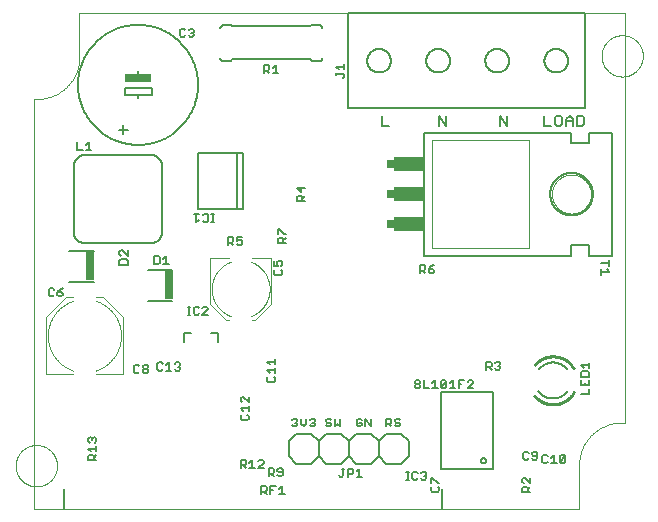
<source format=gto>
G75*
%MOIN*%
%OFA0B0*%
%FSLAX25Y25*%
%IPPOS*%
%LPD*%
%AMOC8*
5,1,8,0,0,1.08239X$1,22.5*
%
%ADD10C,0.00394*%
%ADD11C,0.00000*%
%ADD12C,0.00600*%
%ADD13C,0.00800*%
%ADD14C,0.00500*%
%ADD15R,0.09000X0.02500*%
%ADD16C,0.00400*%
%ADD17C,0.01000*%
%ADD18R,0.02657X0.09646*%
%ADD19C,0.00200*%
%ADD20R,0.02500X0.03000*%
%ADD21R,0.10000X0.05000*%
D10*
X0014189Y0005042D02*
X0195882Y0005042D01*
X0195882Y0019609D02*
X0195886Y0019951D01*
X0195899Y0020294D01*
X0195919Y0020636D01*
X0195948Y0020977D01*
X0195985Y0021317D01*
X0196031Y0021657D01*
X0196084Y0021995D01*
X0196146Y0022332D01*
X0196216Y0022667D01*
X0196294Y0023001D01*
X0196380Y0023332D01*
X0196474Y0023662D01*
X0196576Y0023989D01*
X0196685Y0024313D01*
X0196803Y0024635D01*
X0196928Y0024954D01*
X0197061Y0025269D01*
X0197202Y0025582D01*
X0197350Y0025890D01*
X0197505Y0026196D01*
X0197668Y0026497D01*
X0197838Y0026794D01*
X0198015Y0027087D01*
X0198200Y0027376D01*
X0198391Y0027660D01*
X0198589Y0027940D01*
X0198793Y0028214D01*
X0199005Y0028484D01*
X0199222Y0028748D01*
X0199446Y0029007D01*
X0199677Y0029261D01*
X0199913Y0029509D01*
X0200155Y0029751D01*
X0200403Y0029987D01*
X0200657Y0030218D01*
X0200916Y0030442D01*
X0201180Y0030659D01*
X0201450Y0030871D01*
X0201724Y0031075D01*
X0202004Y0031273D01*
X0202288Y0031464D01*
X0202577Y0031649D01*
X0202870Y0031826D01*
X0203167Y0031996D01*
X0203468Y0032159D01*
X0203774Y0032314D01*
X0204082Y0032462D01*
X0204395Y0032603D01*
X0204710Y0032736D01*
X0205029Y0032861D01*
X0205351Y0032979D01*
X0205675Y0033088D01*
X0206002Y0033190D01*
X0206332Y0033284D01*
X0206663Y0033370D01*
X0206997Y0033448D01*
X0207332Y0033518D01*
X0207669Y0033580D01*
X0208007Y0033633D01*
X0208347Y0033679D01*
X0208687Y0033716D01*
X0209028Y0033745D01*
X0209370Y0033765D01*
X0209713Y0033778D01*
X0210055Y0033782D01*
X0211039Y0033782D02*
X0211039Y0170396D01*
X0029346Y0170396D01*
X0029346Y0155830D01*
X0029342Y0155488D01*
X0029329Y0155145D01*
X0029309Y0154803D01*
X0029280Y0154462D01*
X0029243Y0154122D01*
X0029197Y0153782D01*
X0029144Y0153444D01*
X0029082Y0153107D01*
X0029012Y0152772D01*
X0028934Y0152438D01*
X0028848Y0152107D01*
X0028754Y0151777D01*
X0028652Y0151450D01*
X0028543Y0151126D01*
X0028425Y0150804D01*
X0028300Y0150485D01*
X0028167Y0150170D01*
X0028026Y0149857D01*
X0027878Y0149549D01*
X0027723Y0149243D01*
X0027560Y0148942D01*
X0027390Y0148645D01*
X0027213Y0148352D01*
X0027028Y0148063D01*
X0026837Y0147779D01*
X0026639Y0147499D01*
X0026435Y0147225D01*
X0026223Y0146955D01*
X0026006Y0146691D01*
X0025782Y0146432D01*
X0025551Y0146178D01*
X0025315Y0145930D01*
X0025073Y0145688D01*
X0024825Y0145452D01*
X0024571Y0145221D01*
X0024312Y0144997D01*
X0024048Y0144780D01*
X0023778Y0144568D01*
X0023504Y0144364D01*
X0023224Y0144166D01*
X0022940Y0143975D01*
X0022651Y0143790D01*
X0022358Y0143613D01*
X0022061Y0143443D01*
X0021760Y0143280D01*
X0021454Y0143125D01*
X0021146Y0142977D01*
X0020833Y0142836D01*
X0020518Y0142703D01*
X0020199Y0142578D01*
X0019877Y0142460D01*
X0019553Y0142351D01*
X0019226Y0142249D01*
X0018896Y0142155D01*
X0018565Y0142069D01*
X0018231Y0141991D01*
X0017896Y0141921D01*
X0017559Y0141859D01*
X0017221Y0141806D01*
X0016881Y0141760D01*
X0016541Y0141723D01*
X0016200Y0141694D01*
X0015858Y0141674D01*
X0015515Y0141661D01*
X0015173Y0141657D01*
X0014189Y0141656D02*
X0014189Y0005042D01*
D11*
X0008086Y0019412D02*
X0008088Y0019581D01*
X0008094Y0019750D01*
X0008105Y0019919D01*
X0008119Y0020087D01*
X0008138Y0020255D01*
X0008161Y0020423D01*
X0008187Y0020590D01*
X0008218Y0020756D01*
X0008253Y0020922D01*
X0008292Y0021086D01*
X0008336Y0021250D01*
X0008383Y0021412D01*
X0008434Y0021573D01*
X0008489Y0021733D01*
X0008548Y0021892D01*
X0008610Y0022049D01*
X0008677Y0022204D01*
X0008748Y0022358D01*
X0008822Y0022510D01*
X0008900Y0022660D01*
X0008981Y0022808D01*
X0009066Y0022954D01*
X0009155Y0023098D01*
X0009247Y0023240D01*
X0009343Y0023379D01*
X0009442Y0023516D01*
X0009544Y0023651D01*
X0009650Y0023783D01*
X0009759Y0023912D01*
X0009871Y0024039D01*
X0009986Y0024163D01*
X0010104Y0024284D01*
X0010225Y0024402D01*
X0010349Y0024517D01*
X0010476Y0024629D01*
X0010605Y0024738D01*
X0010737Y0024844D01*
X0010872Y0024946D01*
X0011009Y0025045D01*
X0011148Y0025141D01*
X0011290Y0025233D01*
X0011434Y0025322D01*
X0011580Y0025407D01*
X0011728Y0025488D01*
X0011878Y0025566D01*
X0012030Y0025640D01*
X0012184Y0025711D01*
X0012339Y0025778D01*
X0012496Y0025840D01*
X0012655Y0025899D01*
X0012815Y0025954D01*
X0012976Y0026005D01*
X0013138Y0026052D01*
X0013302Y0026096D01*
X0013466Y0026135D01*
X0013632Y0026170D01*
X0013798Y0026201D01*
X0013965Y0026227D01*
X0014133Y0026250D01*
X0014301Y0026269D01*
X0014469Y0026283D01*
X0014638Y0026294D01*
X0014807Y0026300D01*
X0014976Y0026302D01*
X0015145Y0026300D01*
X0015314Y0026294D01*
X0015483Y0026283D01*
X0015651Y0026269D01*
X0015819Y0026250D01*
X0015987Y0026227D01*
X0016154Y0026201D01*
X0016320Y0026170D01*
X0016486Y0026135D01*
X0016650Y0026096D01*
X0016814Y0026052D01*
X0016976Y0026005D01*
X0017137Y0025954D01*
X0017297Y0025899D01*
X0017456Y0025840D01*
X0017613Y0025778D01*
X0017768Y0025711D01*
X0017922Y0025640D01*
X0018074Y0025566D01*
X0018224Y0025488D01*
X0018372Y0025407D01*
X0018518Y0025322D01*
X0018662Y0025233D01*
X0018804Y0025141D01*
X0018943Y0025045D01*
X0019080Y0024946D01*
X0019215Y0024844D01*
X0019347Y0024738D01*
X0019476Y0024629D01*
X0019603Y0024517D01*
X0019727Y0024402D01*
X0019848Y0024284D01*
X0019966Y0024163D01*
X0020081Y0024039D01*
X0020193Y0023912D01*
X0020302Y0023783D01*
X0020408Y0023651D01*
X0020510Y0023516D01*
X0020609Y0023379D01*
X0020705Y0023240D01*
X0020797Y0023098D01*
X0020886Y0022954D01*
X0020971Y0022808D01*
X0021052Y0022660D01*
X0021130Y0022510D01*
X0021204Y0022358D01*
X0021275Y0022204D01*
X0021342Y0022049D01*
X0021404Y0021892D01*
X0021463Y0021733D01*
X0021518Y0021573D01*
X0021569Y0021412D01*
X0021616Y0021250D01*
X0021660Y0021086D01*
X0021699Y0020922D01*
X0021734Y0020756D01*
X0021765Y0020590D01*
X0021791Y0020423D01*
X0021814Y0020255D01*
X0021833Y0020087D01*
X0021847Y0019919D01*
X0021858Y0019750D01*
X0021864Y0019581D01*
X0021866Y0019412D01*
X0021864Y0019243D01*
X0021858Y0019074D01*
X0021847Y0018905D01*
X0021833Y0018737D01*
X0021814Y0018569D01*
X0021791Y0018401D01*
X0021765Y0018234D01*
X0021734Y0018068D01*
X0021699Y0017902D01*
X0021660Y0017738D01*
X0021616Y0017574D01*
X0021569Y0017412D01*
X0021518Y0017251D01*
X0021463Y0017091D01*
X0021404Y0016932D01*
X0021342Y0016775D01*
X0021275Y0016620D01*
X0021204Y0016466D01*
X0021130Y0016314D01*
X0021052Y0016164D01*
X0020971Y0016016D01*
X0020886Y0015870D01*
X0020797Y0015726D01*
X0020705Y0015584D01*
X0020609Y0015445D01*
X0020510Y0015308D01*
X0020408Y0015173D01*
X0020302Y0015041D01*
X0020193Y0014912D01*
X0020081Y0014785D01*
X0019966Y0014661D01*
X0019848Y0014540D01*
X0019727Y0014422D01*
X0019603Y0014307D01*
X0019476Y0014195D01*
X0019347Y0014086D01*
X0019215Y0013980D01*
X0019080Y0013878D01*
X0018943Y0013779D01*
X0018804Y0013683D01*
X0018662Y0013591D01*
X0018518Y0013502D01*
X0018372Y0013417D01*
X0018224Y0013336D01*
X0018074Y0013258D01*
X0017922Y0013184D01*
X0017768Y0013113D01*
X0017613Y0013046D01*
X0017456Y0012984D01*
X0017297Y0012925D01*
X0017137Y0012870D01*
X0016976Y0012819D01*
X0016814Y0012772D01*
X0016650Y0012728D01*
X0016486Y0012689D01*
X0016320Y0012654D01*
X0016154Y0012623D01*
X0015987Y0012597D01*
X0015819Y0012574D01*
X0015651Y0012555D01*
X0015483Y0012541D01*
X0015314Y0012530D01*
X0015145Y0012524D01*
X0014976Y0012522D01*
X0014807Y0012524D01*
X0014638Y0012530D01*
X0014469Y0012541D01*
X0014301Y0012555D01*
X0014133Y0012574D01*
X0013965Y0012597D01*
X0013798Y0012623D01*
X0013632Y0012654D01*
X0013466Y0012689D01*
X0013302Y0012728D01*
X0013138Y0012772D01*
X0012976Y0012819D01*
X0012815Y0012870D01*
X0012655Y0012925D01*
X0012496Y0012984D01*
X0012339Y0013046D01*
X0012184Y0013113D01*
X0012030Y0013184D01*
X0011878Y0013258D01*
X0011728Y0013336D01*
X0011580Y0013417D01*
X0011434Y0013502D01*
X0011290Y0013591D01*
X0011148Y0013683D01*
X0011009Y0013779D01*
X0010872Y0013878D01*
X0010737Y0013980D01*
X0010605Y0014086D01*
X0010476Y0014195D01*
X0010349Y0014307D01*
X0010225Y0014422D01*
X0010104Y0014540D01*
X0009986Y0014661D01*
X0009871Y0014785D01*
X0009759Y0014912D01*
X0009650Y0015041D01*
X0009544Y0015173D01*
X0009442Y0015308D01*
X0009343Y0015445D01*
X0009247Y0015584D01*
X0009155Y0015726D01*
X0009066Y0015870D01*
X0008981Y0016016D01*
X0008900Y0016164D01*
X0008822Y0016314D01*
X0008748Y0016466D01*
X0008677Y0016620D01*
X0008610Y0016775D01*
X0008548Y0016932D01*
X0008489Y0017091D01*
X0008434Y0017251D01*
X0008383Y0017412D01*
X0008336Y0017574D01*
X0008292Y0017738D01*
X0008253Y0017902D01*
X0008218Y0018068D01*
X0008187Y0018234D01*
X0008161Y0018401D01*
X0008138Y0018569D01*
X0008119Y0018737D01*
X0008105Y0018905D01*
X0008094Y0019074D01*
X0008088Y0019243D01*
X0008086Y0019412D01*
X0014189Y0141656D02*
X0015173Y0141656D01*
X0186854Y0109971D02*
X0186856Y0110132D01*
X0186862Y0110292D01*
X0186872Y0110453D01*
X0186886Y0110613D01*
X0186904Y0110773D01*
X0186925Y0110932D01*
X0186951Y0111091D01*
X0186981Y0111249D01*
X0187014Y0111406D01*
X0187052Y0111563D01*
X0187093Y0111718D01*
X0187138Y0111872D01*
X0187187Y0112025D01*
X0187240Y0112177D01*
X0187296Y0112328D01*
X0187357Y0112477D01*
X0187420Y0112625D01*
X0187488Y0112771D01*
X0187559Y0112915D01*
X0187633Y0113057D01*
X0187711Y0113198D01*
X0187793Y0113336D01*
X0187878Y0113473D01*
X0187966Y0113607D01*
X0188058Y0113739D01*
X0188153Y0113869D01*
X0188251Y0113997D01*
X0188352Y0114122D01*
X0188456Y0114244D01*
X0188563Y0114364D01*
X0188673Y0114481D01*
X0188786Y0114596D01*
X0188902Y0114707D01*
X0189021Y0114816D01*
X0189142Y0114921D01*
X0189266Y0115024D01*
X0189392Y0115124D01*
X0189520Y0115220D01*
X0189651Y0115313D01*
X0189785Y0115403D01*
X0189920Y0115490D01*
X0190058Y0115573D01*
X0190197Y0115653D01*
X0190339Y0115729D01*
X0190482Y0115802D01*
X0190627Y0115871D01*
X0190774Y0115937D01*
X0190922Y0115999D01*
X0191072Y0116057D01*
X0191223Y0116112D01*
X0191376Y0116163D01*
X0191530Y0116210D01*
X0191685Y0116253D01*
X0191841Y0116292D01*
X0191997Y0116328D01*
X0192155Y0116359D01*
X0192313Y0116387D01*
X0192472Y0116411D01*
X0192632Y0116431D01*
X0192792Y0116447D01*
X0192952Y0116459D01*
X0193113Y0116467D01*
X0193274Y0116471D01*
X0193434Y0116471D01*
X0193595Y0116467D01*
X0193756Y0116459D01*
X0193916Y0116447D01*
X0194076Y0116431D01*
X0194236Y0116411D01*
X0194395Y0116387D01*
X0194553Y0116359D01*
X0194711Y0116328D01*
X0194867Y0116292D01*
X0195023Y0116253D01*
X0195178Y0116210D01*
X0195332Y0116163D01*
X0195485Y0116112D01*
X0195636Y0116057D01*
X0195786Y0115999D01*
X0195934Y0115937D01*
X0196081Y0115871D01*
X0196226Y0115802D01*
X0196369Y0115729D01*
X0196511Y0115653D01*
X0196650Y0115573D01*
X0196788Y0115490D01*
X0196923Y0115403D01*
X0197057Y0115313D01*
X0197188Y0115220D01*
X0197316Y0115124D01*
X0197442Y0115024D01*
X0197566Y0114921D01*
X0197687Y0114816D01*
X0197806Y0114707D01*
X0197922Y0114596D01*
X0198035Y0114481D01*
X0198145Y0114364D01*
X0198252Y0114244D01*
X0198356Y0114122D01*
X0198457Y0113997D01*
X0198555Y0113869D01*
X0198650Y0113739D01*
X0198742Y0113607D01*
X0198830Y0113473D01*
X0198915Y0113336D01*
X0198997Y0113198D01*
X0199075Y0113057D01*
X0199149Y0112915D01*
X0199220Y0112771D01*
X0199288Y0112625D01*
X0199351Y0112477D01*
X0199412Y0112328D01*
X0199468Y0112177D01*
X0199521Y0112025D01*
X0199570Y0111872D01*
X0199615Y0111718D01*
X0199656Y0111563D01*
X0199694Y0111406D01*
X0199727Y0111249D01*
X0199757Y0111091D01*
X0199783Y0110932D01*
X0199804Y0110773D01*
X0199822Y0110613D01*
X0199836Y0110453D01*
X0199846Y0110292D01*
X0199852Y0110132D01*
X0199854Y0109971D01*
X0199852Y0109810D01*
X0199846Y0109650D01*
X0199836Y0109489D01*
X0199822Y0109329D01*
X0199804Y0109169D01*
X0199783Y0109010D01*
X0199757Y0108851D01*
X0199727Y0108693D01*
X0199694Y0108536D01*
X0199656Y0108379D01*
X0199615Y0108224D01*
X0199570Y0108070D01*
X0199521Y0107917D01*
X0199468Y0107765D01*
X0199412Y0107614D01*
X0199351Y0107465D01*
X0199288Y0107317D01*
X0199220Y0107171D01*
X0199149Y0107027D01*
X0199075Y0106885D01*
X0198997Y0106744D01*
X0198915Y0106606D01*
X0198830Y0106469D01*
X0198742Y0106335D01*
X0198650Y0106203D01*
X0198555Y0106073D01*
X0198457Y0105945D01*
X0198356Y0105820D01*
X0198252Y0105698D01*
X0198145Y0105578D01*
X0198035Y0105461D01*
X0197922Y0105346D01*
X0197806Y0105235D01*
X0197687Y0105126D01*
X0197566Y0105021D01*
X0197442Y0104918D01*
X0197316Y0104818D01*
X0197188Y0104722D01*
X0197057Y0104629D01*
X0196923Y0104539D01*
X0196788Y0104452D01*
X0196650Y0104369D01*
X0196511Y0104289D01*
X0196369Y0104213D01*
X0196226Y0104140D01*
X0196081Y0104071D01*
X0195934Y0104005D01*
X0195786Y0103943D01*
X0195636Y0103885D01*
X0195485Y0103830D01*
X0195332Y0103779D01*
X0195178Y0103732D01*
X0195023Y0103689D01*
X0194867Y0103650D01*
X0194711Y0103614D01*
X0194553Y0103583D01*
X0194395Y0103555D01*
X0194236Y0103531D01*
X0194076Y0103511D01*
X0193916Y0103495D01*
X0193756Y0103483D01*
X0193595Y0103475D01*
X0193434Y0103471D01*
X0193274Y0103471D01*
X0193113Y0103475D01*
X0192952Y0103483D01*
X0192792Y0103495D01*
X0192632Y0103511D01*
X0192472Y0103531D01*
X0192313Y0103555D01*
X0192155Y0103583D01*
X0191997Y0103614D01*
X0191841Y0103650D01*
X0191685Y0103689D01*
X0191530Y0103732D01*
X0191376Y0103779D01*
X0191223Y0103830D01*
X0191072Y0103885D01*
X0190922Y0103943D01*
X0190774Y0104005D01*
X0190627Y0104071D01*
X0190482Y0104140D01*
X0190339Y0104213D01*
X0190197Y0104289D01*
X0190058Y0104369D01*
X0189920Y0104452D01*
X0189785Y0104539D01*
X0189651Y0104629D01*
X0189520Y0104722D01*
X0189392Y0104818D01*
X0189266Y0104918D01*
X0189142Y0105021D01*
X0189021Y0105126D01*
X0188902Y0105235D01*
X0188786Y0105346D01*
X0188673Y0105461D01*
X0188563Y0105578D01*
X0188456Y0105698D01*
X0188352Y0105820D01*
X0188251Y0105945D01*
X0188153Y0106073D01*
X0188058Y0106203D01*
X0187966Y0106335D01*
X0187878Y0106469D01*
X0187793Y0106606D01*
X0187711Y0106744D01*
X0187633Y0106885D01*
X0187559Y0107027D01*
X0187488Y0107171D01*
X0187420Y0107317D01*
X0187357Y0107465D01*
X0187296Y0107614D01*
X0187240Y0107765D01*
X0187187Y0107917D01*
X0187138Y0108070D01*
X0187093Y0108224D01*
X0187052Y0108379D01*
X0187014Y0108536D01*
X0186981Y0108693D01*
X0186951Y0108851D01*
X0186925Y0109010D01*
X0186904Y0109169D01*
X0186886Y0109329D01*
X0186872Y0109489D01*
X0186862Y0109650D01*
X0186856Y0109810D01*
X0186854Y0109971D01*
X0203362Y0156026D02*
X0203364Y0156195D01*
X0203370Y0156364D01*
X0203381Y0156533D01*
X0203395Y0156701D01*
X0203414Y0156869D01*
X0203437Y0157037D01*
X0203463Y0157204D01*
X0203494Y0157370D01*
X0203529Y0157536D01*
X0203568Y0157700D01*
X0203612Y0157864D01*
X0203659Y0158026D01*
X0203710Y0158187D01*
X0203765Y0158347D01*
X0203824Y0158506D01*
X0203886Y0158663D01*
X0203953Y0158818D01*
X0204024Y0158972D01*
X0204098Y0159124D01*
X0204176Y0159274D01*
X0204257Y0159422D01*
X0204342Y0159568D01*
X0204431Y0159712D01*
X0204523Y0159854D01*
X0204619Y0159993D01*
X0204718Y0160130D01*
X0204820Y0160265D01*
X0204926Y0160397D01*
X0205035Y0160526D01*
X0205147Y0160653D01*
X0205262Y0160777D01*
X0205380Y0160898D01*
X0205501Y0161016D01*
X0205625Y0161131D01*
X0205752Y0161243D01*
X0205881Y0161352D01*
X0206013Y0161458D01*
X0206148Y0161560D01*
X0206285Y0161659D01*
X0206424Y0161755D01*
X0206566Y0161847D01*
X0206710Y0161936D01*
X0206856Y0162021D01*
X0207004Y0162102D01*
X0207154Y0162180D01*
X0207306Y0162254D01*
X0207460Y0162325D01*
X0207615Y0162392D01*
X0207772Y0162454D01*
X0207931Y0162513D01*
X0208091Y0162568D01*
X0208252Y0162619D01*
X0208414Y0162666D01*
X0208578Y0162710D01*
X0208742Y0162749D01*
X0208908Y0162784D01*
X0209074Y0162815D01*
X0209241Y0162841D01*
X0209409Y0162864D01*
X0209577Y0162883D01*
X0209745Y0162897D01*
X0209914Y0162908D01*
X0210083Y0162914D01*
X0210252Y0162916D01*
X0210421Y0162914D01*
X0210590Y0162908D01*
X0210759Y0162897D01*
X0210927Y0162883D01*
X0211095Y0162864D01*
X0211263Y0162841D01*
X0211430Y0162815D01*
X0211596Y0162784D01*
X0211762Y0162749D01*
X0211926Y0162710D01*
X0212090Y0162666D01*
X0212252Y0162619D01*
X0212413Y0162568D01*
X0212573Y0162513D01*
X0212732Y0162454D01*
X0212889Y0162392D01*
X0213044Y0162325D01*
X0213198Y0162254D01*
X0213350Y0162180D01*
X0213500Y0162102D01*
X0213648Y0162021D01*
X0213794Y0161936D01*
X0213938Y0161847D01*
X0214080Y0161755D01*
X0214219Y0161659D01*
X0214356Y0161560D01*
X0214491Y0161458D01*
X0214623Y0161352D01*
X0214752Y0161243D01*
X0214879Y0161131D01*
X0215003Y0161016D01*
X0215124Y0160898D01*
X0215242Y0160777D01*
X0215357Y0160653D01*
X0215469Y0160526D01*
X0215578Y0160397D01*
X0215684Y0160265D01*
X0215786Y0160130D01*
X0215885Y0159993D01*
X0215981Y0159854D01*
X0216073Y0159712D01*
X0216162Y0159568D01*
X0216247Y0159422D01*
X0216328Y0159274D01*
X0216406Y0159124D01*
X0216480Y0158972D01*
X0216551Y0158818D01*
X0216618Y0158663D01*
X0216680Y0158506D01*
X0216739Y0158347D01*
X0216794Y0158187D01*
X0216845Y0158026D01*
X0216892Y0157864D01*
X0216936Y0157700D01*
X0216975Y0157536D01*
X0217010Y0157370D01*
X0217041Y0157204D01*
X0217067Y0157037D01*
X0217090Y0156869D01*
X0217109Y0156701D01*
X0217123Y0156533D01*
X0217134Y0156364D01*
X0217140Y0156195D01*
X0217142Y0156026D01*
X0217140Y0155857D01*
X0217134Y0155688D01*
X0217123Y0155519D01*
X0217109Y0155351D01*
X0217090Y0155183D01*
X0217067Y0155015D01*
X0217041Y0154848D01*
X0217010Y0154682D01*
X0216975Y0154516D01*
X0216936Y0154352D01*
X0216892Y0154188D01*
X0216845Y0154026D01*
X0216794Y0153865D01*
X0216739Y0153705D01*
X0216680Y0153546D01*
X0216618Y0153389D01*
X0216551Y0153234D01*
X0216480Y0153080D01*
X0216406Y0152928D01*
X0216328Y0152778D01*
X0216247Y0152630D01*
X0216162Y0152484D01*
X0216073Y0152340D01*
X0215981Y0152198D01*
X0215885Y0152059D01*
X0215786Y0151922D01*
X0215684Y0151787D01*
X0215578Y0151655D01*
X0215469Y0151526D01*
X0215357Y0151399D01*
X0215242Y0151275D01*
X0215124Y0151154D01*
X0215003Y0151036D01*
X0214879Y0150921D01*
X0214752Y0150809D01*
X0214623Y0150700D01*
X0214491Y0150594D01*
X0214356Y0150492D01*
X0214219Y0150393D01*
X0214080Y0150297D01*
X0213938Y0150205D01*
X0213794Y0150116D01*
X0213648Y0150031D01*
X0213500Y0149950D01*
X0213350Y0149872D01*
X0213198Y0149798D01*
X0213044Y0149727D01*
X0212889Y0149660D01*
X0212732Y0149598D01*
X0212573Y0149539D01*
X0212413Y0149484D01*
X0212252Y0149433D01*
X0212090Y0149386D01*
X0211926Y0149342D01*
X0211762Y0149303D01*
X0211596Y0149268D01*
X0211430Y0149237D01*
X0211263Y0149211D01*
X0211095Y0149188D01*
X0210927Y0149169D01*
X0210759Y0149155D01*
X0210590Y0149144D01*
X0210421Y0149138D01*
X0210252Y0149136D01*
X0210083Y0149138D01*
X0209914Y0149144D01*
X0209745Y0149155D01*
X0209577Y0149169D01*
X0209409Y0149188D01*
X0209241Y0149211D01*
X0209074Y0149237D01*
X0208908Y0149268D01*
X0208742Y0149303D01*
X0208578Y0149342D01*
X0208414Y0149386D01*
X0208252Y0149433D01*
X0208091Y0149484D01*
X0207931Y0149539D01*
X0207772Y0149598D01*
X0207615Y0149660D01*
X0207460Y0149727D01*
X0207306Y0149798D01*
X0207154Y0149872D01*
X0207004Y0149950D01*
X0206856Y0150031D01*
X0206710Y0150116D01*
X0206566Y0150205D01*
X0206424Y0150297D01*
X0206285Y0150393D01*
X0206148Y0150492D01*
X0206013Y0150594D01*
X0205881Y0150700D01*
X0205752Y0150809D01*
X0205625Y0150921D01*
X0205501Y0151036D01*
X0205380Y0151154D01*
X0205262Y0151275D01*
X0205147Y0151399D01*
X0205035Y0151526D01*
X0204926Y0151655D01*
X0204820Y0151787D01*
X0204718Y0151922D01*
X0204619Y0152059D01*
X0204523Y0152198D01*
X0204431Y0152340D01*
X0204342Y0152484D01*
X0204257Y0152630D01*
X0204176Y0152778D01*
X0204098Y0152928D01*
X0204024Y0153080D01*
X0203953Y0153234D01*
X0203886Y0153389D01*
X0203824Y0153546D01*
X0203765Y0153705D01*
X0203710Y0153865D01*
X0203659Y0154026D01*
X0203612Y0154188D01*
X0203568Y0154352D01*
X0203529Y0154516D01*
X0203494Y0154682D01*
X0203463Y0154848D01*
X0203437Y0155015D01*
X0203414Y0155183D01*
X0203395Y0155351D01*
X0203381Y0155519D01*
X0203370Y0155688D01*
X0203364Y0155857D01*
X0203362Y0156026D01*
X0210055Y0033782D02*
X0211039Y0033782D01*
X0195882Y0019609D02*
X0195882Y0005042D01*
D12*
X0179613Y0010716D02*
X0177011Y0010716D01*
X0177011Y0012017D01*
X0177445Y0012451D01*
X0178312Y0012451D01*
X0178746Y0012017D01*
X0178746Y0010716D01*
X0178746Y0011584D02*
X0179613Y0012451D01*
X0179613Y0013663D02*
X0177879Y0015397D01*
X0177445Y0015397D01*
X0177011Y0014964D01*
X0177011Y0014096D01*
X0177445Y0013663D01*
X0179613Y0013663D02*
X0179613Y0015397D01*
X0178593Y0021445D02*
X0177726Y0021445D01*
X0177292Y0021878D01*
X0177292Y0023613D01*
X0177726Y0024047D01*
X0178593Y0024047D01*
X0179027Y0023613D01*
X0180239Y0023613D02*
X0180672Y0024047D01*
X0181540Y0024047D01*
X0181973Y0023613D01*
X0181973Y0021878D01*
X0181540Y0021445D01*
X0180672Y0021445D01*
X0180239Y0021878D01*
X0180672Y0022746D02*
X0181973Y0022746D01*
X0180672Y0022746D02*
X0180239Y0023179D01*
X0180239Y0023613D01*
X0179027Y0021878D02*
X0178593Y0021445D01*
X0196566Y0043220D02*
X0199169Y0043220D01*
X0199169Y0044955D01*
X0199169Y0046167D02*
X0199169Y0047901D01*
X0199169Y0049113D02*
X0196566Y0049113D01*
X0196566Y0050414D01*
X0197000Y0050848D01*
X0198735Y0050848D01*
X0199169Y0050414D01*
X0199169Y0049113D01*
X0197867Y0047034D02*
X0197867Y0046167D01*
X0196566Y0046167D02*
X0199169Y0046167D01*
X0196566Y0046167D02*
X0196566Y0047901D01*
X0197434Y0052060D02*
X0196566Y0052927D01*
X0199169Y0052927D01*
X0199169Y0052060D02*
X0199169Y0053794D01*
X0187150Y0041857D02*
X0186996Y0041859D01*
X0186842Y0041865D01*
X0186688Y0041875D01*
X0186534Y0041889D01*
X0186381Y0041906D01*
X0186229Y0041928D01*
X0186077Y0041954D01*
X0185925Y0041983D01*
X0185775Y0042017D01*
X0185625Y0042054D01*
X0185477Y0042095D01*
X0185329Y0042140D01*
X0185183Y0042189D01*
X0185038Y0042241D01*
X0184895Y0042297D01*
X0184752Y0042357D01*
X0184612Y0042420D01*
X0184473Y0042487D01*
X0184336Y0042558D01*
X0184201Y0042632D01*
X0184068Y0042709D01*
X0183936Y0042790D01*
X0183807Y0042874D01*
X0183680Y0042962D01*
X0183556Y0043053D01*
X0183434Y0043146D01*
X0183314Y0043244D01*
X0183197Y0043344D01*
X0183082Y0043447D01*
X0182970Y0043553D01*
X0182861Y0043661D01*
X0182755Y0043773D01*
X0182651Y0043887D01*
X0182551Y0044004D01*
X0182453Y0044123D01*
X0182359Y0044245D01*
X0182268Y0044370D01*
X0187150Y0053857D02*
X0187302Y0053855D01*
X0187453Y0053849D01*
X0187604Y0053840D01*
X0187756Y0053826D01*
X0187906Y0053809D01*
X0188056Y0053788D01*
X0188206Y0053763D01*
X0188355Y0053735D01*
X0188503Y0053702D01*
X0188650Y0053666D01*
X0188797Y0053627D01*
X0188942Y0053583D01*
X0189086Y0053536D01*
X0189229Y0053485D01*
X0189370Y0053431D01*
X0189511Y0053373D01*
X0189649Y0053312D01*
X0189786Y0053247D01*
X0189922Y0053178D01*
X0190055Y0053107D01*
X0190187Y0053032D01*
X0190317Y0052953D01*
X0190444Y0052872D01*
X0190570Y0052787D01*
X0190694Y0052699D01*
X0190815Y0052608D01*
X0190934Y0052514D01*
X0191050Y0052416D01*
X0191164Y0052316D01*
X0191276Y0052214D01*
X0191384Y0052108D01*
X0191490Y0052000D01*
X0191594Y0051889D01*
X0191694Y0051775D01*
X0191792Y0051659D01*
X0191886Y0051540D01*
X0187150Y0053857D02*
X0186998Y0053855D01*
X0186847Y0053849D01*
X0186696Y0053840D01*
X0186544Y0053826D01*
X0186394Y0053809D01*
X0186244Y0053788D01*
X0186094Y0053763D01*
X0185945Y0053735D01*
X0185797Y0053702D01*
X0185650Y0053666D01*
X0185503Y0053627D01*
X0185358Y0053583D01*
X0185214Y0053536D01*
X0185071Y0053485D01*
X0184930Y0053431D01*
X0184789Y0053373D01*
X0184651Y0053312D01*
X0184514Y0053247D01*
X0184378Y0053178D01*
X0184245Y0053107D01*
X0184113Y0053032D01*
X0183983Y0052953D01*
X0183856Y0052872D01*
X0183730Y0052787D01*
X0183606Y0052699D01*
X0183485Y0052608D01*
X0183366Y0052514D01*
X0183250Y0052416D01*
X0183136Y0052316D01*
X0183024Y0052214D01*
X0182916Y0052108D01*
X0182810Y0052000D01*
X0182706Y0051889D01*
X0182606Y0051775D01*
X0182508Y0051659D01*
X0182414Y0051540D01*
X0187150Y0041857D02*
X0187300Y0041859D01*
X0187451Y0041865D01*
X0187601Y0041874D01*
X0187750Y0041887D01*
X0187900Y0041904D01*
X0188049Y0041925D01*
X0188197Y0041949D01*
X0188345Y0041977D01*
X0188492Y0042009D01*
X0188638Y0042044D01*
X0188783Y0042084D01*
X0188927Y0042126D01*
X0189070Y0042173D01*
X0189212Y0042223D01*
X0189353Y0042276D01*
X0189492Y0042333D01*
X0189630Y0042393D01*
X0189766Y0042457D01*
X0189900Y0042524D01*
X0190033Y0042595D01*
X0190164Y0042669D01*
X0190293Y0042746D01*
X0190420Y0042827D01*
X0190545Y0042910D01*
X0190668Y0042997D01*
X0190789Y0043086D01*
X0190907Y0043179D01*
X0191023Y0043275D01*
X0191137Y0043373D01*
X0191248Y0043474D01*
X0191357Y0043579D01*
X0191462Y0043685D01*
X0191566Y0043795D01*
X0191666Y0043907D01*
X0191764Y0044021D01*
X0191858Y0044138D01*
X0191950Y0044257D01*
X0160497Y0045279D02*
X0158763Y0045279D01*
X0160497Y0047014D01*
X0160497Y0047448D01*
X0160064Y0047881D01*
X0159196Y0047881D01*
X0158763Y0047448D01*
X0157551Y0047881D02*
X0155816Y0047881D01*
X0155816Y0045279D01*
X0154604Y0045279D02*
X0152870Y0045279D01*
X0153737Y0045279D02*
X0153737Y0047881D01*
X0152870Y0047014D01*
X0151658Y0047448D02*
X0149923Y0045713D01*
X0150357Y0045279D01*
X0151224Y0045279D01*
X0151658Y0045713D01*
X0151658Y0047448D01*
X0151224Y0047881D01*
X0150357Y0047881D01*
X0149923Y0047448D01*
X0149923Y0045713D01*
X0148711Y0045279D02*
X0146977Y0045279D01*
X0147844Y0045279D02*
X0147844Y0047881D01*
X0146977Y0047014D01*
X0145765Y0045279D02*
X0144030Y0045279D01*
X0144030Y0047881D01*
X0142818Y0047448D02*
X0142818Y0047014D01*
X0142385Y0046580D01*
X0141517Y0046580D01*
X0141083Y0047014D01*
X0141083Y0047448D01*
X0141517Y0047881D01*
X0142385Y0047881D01*
X0142818Y0047448D01*
X0142385Y0046580D02*
X0142818Y0046147D01*
X0142818Y0045713D01*
X0142385Y0045279D01*
X0141517Y0045279D01*
X0141083Y0045713D01*
X0141083Y0046147D01*
X0141517Y0046580D01*
X0135764Y0035110D02*
X0134897Y0035110D01*
X0134463Y0034676D01*
X0134463Y0034242D01*
X0134897Y0033809D01*
X0135764Y0033809D01*
X0136198Y0033375D01*
X0136198Y0032941D01*
X0135764Y0032507D01*
X0134897Y0032507D01*
X0134463Y0032941D01*
X0133251Y0032507D02*
X0132384Y0033375D01*
X0132818Y0033375D02*
X0131517Y0033375D01*
X0131517Y0032507D02*
X0131517Y0035110D01*
X0132818Y0035110D01*
X0133251Y0034676D01*
X0133251Y0033809D01*
X0132818Y0033375D01*
X0135764Y0035110D02*
X0136198Y0034676D01*
X0136575Y0030089D02*
X0131575Y0030089D01*
X0129075Y0027589D01*
X0129075Y0022589D01*
X0131575Y0020089D01*
X0136575Y0020089D01*
X0139075Y0022589D01*
X0139075Y0027589D01*
X0136575Y0030089D01*
X0129075Y0027589D02*
X0126575Y0030089D01*
X0121575Y0030089D01*
X0119075Y0027589D01*
X0119075Y0022589D01*
X0116575Y0020089D01*
X0111575Y0020089D01*
X0109075Y0022589D01*
X0106575Y0020089D01*
X0101575Y0020089D01*
X0099075Y0022589D01*
X0099075Y0027589D01*
X0101575Y0030089D01*
X0106575Y0030089D01*
X0109075Y0027589D01*
X0111575Y0030089D01*
X0116575Y0030089D01*
X0119075Y0027589D01*
X0116210Y0032507D02*
X0116210Y0035110D01*
X0114475Y0035110D02*
X0114475Y0032507D01*
X0115342Y0033375D01*
X0116210Y0032507D01*
X0113263Y0032941D02*
X0112829Y0032507D01*
X0111962Y0032507D01*
X0111528Y0032941D01*
X0111962Y0033809D02*
X0112829Y0033809D01*
X0113263Y0033375D01*
X0113263Y0032941D01*
X0111962Y0033809D02*
X0111528Y0034242D01*
X0111528Y0034676D01*
X0111962Y0035110D01*
X0112829Y0035110D01*
X0113263Y0034676D01*
X0107853Y0034676D02*
X0107853Y0034242D01*
X0107419Y0033809D01*
X0107853Y0033375D01*
X0107853Y0032941D01*
X0107419Y0032507D01*
X0106552Y0032507D01*
X0106118Y0032941D01*
X0106986Y0033809D02*
X0107419Y0033809D01*
X0107853Y0034676D02*
X0107419Y0035110D01*
X0106552Y0035110D01*
X0106118Y0034676D01*
X0104907Y0035110D02*
X0104907Y0033375D01*
X0104039Y0032507D01*
X0103172Y0033375D01*
X0103172Y0035110D01*
X0101960Y0034676D02*
X0101960Y0034242D01*
X0101526Y0033809D01*
X0101960Y0033375D01*
X0101960Y0032941D01*
X0101526Y0032507D01*
X0100659Y0032507D01*
X0100225Y0032941D01*
X0101093Y0033809D02*
X0101526Y0033809D01*
X0101960Y0034676D02*
X0101526Y0035110D01*
X0100659Y0035110D01*
X0100225Y0034676D01*
X0109075Y0027589D02*
X0109075Y0022589D01*
X0119075Y0022589D02*
X0121575Y0020089D01*
X0126575Y0020089D01*
X0129075Y0022589D01*
X0138340Y0017351D02*
X0139208Y0017351D01*
X0138774Y0017351D02*
X0138774Y0014748D01*
X0138340Y0014748D02*
X0139208Y0014748D01*
X0140305Y0015182D02*
X0140305Y0016917D01*
X0140738Y0017351D01*
X0141606Y0017351D01*
X0142039Y0016917D01*
X0143251Y0016917D02*
X0143685Y0017351D01*
X0144552Y0017351D01*
X0144986Y0016917D01*
X0144986Y0016483D01*
X0144552Y0016050D01*
X0144986Y0015616D01*
X0144986Y0015182D01*
X0144552Y0014748D01*
X0143685Y0014748D01*
X0143251Y0015182D01*
X0142039Y0015182D02*
X0141606Y0014748D01*
X0140738Y0014748D01*
X0140305Y0015182D01*
X0144119Y0016050D02*
X0144552Y0016050D01*
X0146586Y0015417D02*
X0147020Y0015417D01*
X0148754Y0013682D01*
X0149188Y0013682D01*
X0148754Y0012471D02*
X0149188Y0012037D01*
X0149188Y0011170D01*
X0148754Y0010736D01*
X0147020Y0010736D01*
X0146586Y0011170D01*
X0146586Y0012037D01*
X0147020Y0012471D01*
X0146586Y0013682D02*
X0146586Y0015417D01*
X0126399Y0032507D02*
X0126399Y0035110D01*
X0124664Y0035110D02*
X0126399Y0032507D01*
X0124664Y0032507D02*
X0124664Y0035110D01*
X0123452Y0034676D02*
X0123018Y0035110D01*
X0122151Y0035110D01*
X0121717Y0034676D01*
X0121717Y0032941D01*
X0122151Y0032507D01*
X0123018Y0032507D01*
X0123452Y0032941D01*
X0123452Y0033809D01*
X0122585Y0033809D01*
X0097072Y0018117D02*
X0097072Y0016382D01*
X0096638Y0015948D01*
X0095771Y0015948D01*
X0095337Y0016382D01*
X0095771Y0017250D02*
X0097072Y0017250D01*
X0097072Y0018117D02*
X0096638Y0018551D01*
X0095771Y0018551D01*
X0095337Y0018117D01*
X0095337Y0017683D01*
X0095771Y0017250D01*
X0094125Y0017250D02*
X0093692Y0016816D01*
X0092391Y0016816D01*
X0093258Y0016816D02*
X0094125Y0015948D01*
X0094125Y0017250D02*
X0094125Y0018117D01*
X0093692Y0018551D01*
X0092391Y0018551D01*
X0092391Y0015948D01*
X0085290Y0034716D02*
X0085724Y0035150D01*
X0085724Y0036017D01*
X0085290Y0036451D01*
X0085724Y0037663D02*
X0085724Y0039397D01*
X0085724Y0038530D02*
X0083121Y0038530D01*
X0083989Y0037663D01*
X0083555Y0036451D02*
X0083121Y0036017D01*
X0083121Y0035150D01*
X0083555Y0034716D01*
X0085290Y0034716D01*
X0085724Y0040609D02*
X0083989Y0042344D01*
X0083555Y0042344D01*
X0083121Y0041910D01*
X0083121Y0041043D01*
X0083555Y0040609D01*
X0085724Y0040609D02*
X0085724Y0042344D01*
X0075472Y0060526D02*
X0075472Y0063723D01*
X0073276Y0063723D01*
X0066472Y0063723D02*
X0064276Y0063723D01*
X0064276Y0060526D01*
X0023757Y0076327D02*
X0023757Y0076761D01*
X0023323Y0077194D01*
X0022022Y0077194D01*
X0022022Y0076327D01*
X0022456Y0075893D01*
X0023323Y0075893D01*
X0023757Y0076327D01*
X0022890Y0078062D02*
X0022022Y0077194D01*
X0022890Y0078062D02*
X0023757Y0078496D01*
X0020810Y0078062D02*
X0020377Y0078496D01*
X0019509Y0078496D01*
X0019076Y0078062D01*
X0019076Y0076327D01*
X0019509Y0075893D01*
X0020377Y0075893D01*
X0020810Y0076327D01*
X0043862Y0129849D02*
X0043862Y0132849D01*
X0042362Y0131349D02*
X0045362Y0131349D01*
X0048862Y0141849D02*
X0048862Y0142849D01*
X0044362Y0142849D01*
X0044362Y0145349D01*
X0053362Y0145349D01*
X0053362Y0142849D01*
X0048862Y0142849D01*
X0028862Y0146349D02*
X0028868Y0146840D01*
X0028886Y0147330D01*
X0028916Y0147820D01*
X0028958Y0148309D01*
X0029012Y0148797D01*
X0029078Y0149284D01*
X0029156Y0149768D01*
X0029246Y0150251D01*
X0029348Y0150731D01*
X0029461Y0151209D01*
X0029586Y0151683D01*
X0029723Y0152155D01*
X0029871Y0152623D01*
X0030031Y0153087D01*
X0030202Y0153547D01*
X0030384Y0154003D01*
X0030578Y0154454D01*
X0030782Y0154900D01*
X0030998Y0155341D01*
X0031224Y0155777D01*
X0031460Y0156207D01*
X0031707Y0156631D01*
X0031965Y0157049D01*
X0032233Y0157460D01*
X0032510Y0157865D01*
X0032798Y0158263D01*
X0033095Y0158654D01*
X0033402Y0159037D01*
X0033718Y0159412D01*
X0034043Y0159780D01*
X0034377Y0160140D01*
X0034720Y0160491D01*
X0035071Y0160834D01*
X0035431Y0161168D01*
X0035799Y0161493D01*
X0036174Y0161809D01*
X0036557Y0162116D01*
X0036948Y0162413D01*
X0037346Y0162701D01*
X0037751Y0162978D01*
X0038162Y0163246D01*
X0038580Y0163504D01*
X0039004Y0163751D01*
X0039434Y0163987D01*
X0039870Y0164213D01*
X0040311Y0164429D01*
X0040757Y0164633D01*
X0041208Y0164827D01*
X0041664Y0165009D01*
X0042124Y0165180D01*
X0042588Y0165340D01*
X0043056Y0165488D01*
X0043528Y0165625D01*
X0044002Y0165750D01*
X0044480Y0165863D01*
X0044960Y0165965D01*
X0045443Y0166055D01*
X0045927Y0166133D01*
X0046414Y0166199D01*
X0046902Y0166253D01*
X0047391Y0166295D01*
X0047881Y0166325D01*
X0048371Y0166343D01*
X0048862Y0166349D01*
X0049353Y0166343D01*
X0049843Y0166325D01*
X0050333Y0166295D01*
X0050822Y0166253D01*
X0051310Y0166199D01*
X0051797Y0166133D01*
X0052281Y0166055D01*
X0052764Y0165965D01*
X0053244Y0165863D01*
X0053722Y0165750D01*
X0054196Y0165625D01*
X0054668Y0165488D01*
X0055136Y0165340D01*
X0055600Y0165180D01*
X0056060Y0165009D01*
X0056516Y0164827D01*
X0056967Y0164633D01*
X0057413Y0164429D01*
X0057854Y0164213D01*
X0058290Y0163987D01*
X0058720Y0163751D01*
X0059144Y0163504D01*
X0059562Y0163246D01*
X0059973Y0162978D01*
X0060378Y0162701D01*
X0060776Y0162413D01*
X0061167Y0162116D01*
X0061550Y0161809D01*
X0061925Y0161493D01*
X0062293Y0161168D01*
X0062653Y0160834D01*
X0063004Y0160491D01*
X0063347Y0160140D01*
X0063681Y0159780D01*
X0064006Y0159412D01*
X0064322Y0159037D01*
X0064629Y0158654D01*
X0064926Y0158263D01*
X0065214Y0157865D01*
X0065491Y0157460D01*
X0065759Y0157049D01*
X0066017Y0156631D01*
X0066264Y0156207D01*
X0066500Y0155777D01*
X0066726Y0155341D01*
X0066942Y0154900D01*
X0067146Y0154454D01*
X0067340Y0154003D01*
X0067522Y0153547D01*
X0067693Y0153087D01*
X0067853Y0152623D01*
X0068001Y0152155D01*
X0068138Y0151683D01*
X0068263Y0151209D01*
X0068376Y0150731D01*
X0068478Y0150251D01*
X0068568Y0149768D01*
X0068646Y0149284D01*
X0068712Y0148797D01*
X0068766Y0148309D01*
X0068808Y0147820D01*
X0068838Y0147330D01*
X0068856Y0146840D01*
X0068862Y0146349D01*
X0068856Y0145858D01*
X0068838Y0145368D01*
X0068808Y0144878D01*
X0068766Y0144389D01*
X0068712Y0143901D01*
X0068646Y0143414D01*
X0068568Y0142930D01*
X0068478Y0142447D01*
X0068376Y0141967D01*
X0068263Y0141489D01*
X0068138Y0141015D01*
X0068001Y0140543D01*
X0067853Y0140075D01*
X0067693Y0139611D01*
X0067522Y0139151D01*
X0067340Y0138695D01*
X0067146Y0138244D01*
X0066942Y0137798D01*
X0066726Y0137357D01*
X0066500Y0136921D01*
X0066264Y0136491D01*
X0066017Y0136067D01*
X0065759Y0135649D01*
X0065491Y0135238D01*
X0065214Y0134833D01*
X0064926Y0134435D01*
X0064629Y0134044D01*
X0064322Y0133661D01*
X0064006Y0133286D01*
X0063681Y0132918D01*
X0063347Y0132558D01*
X0063004Y0132207D01*
X0062653Y0131864D01*
X0062293Y0131530D01*
X0061925Y0131205D01*
X0061550Y0130889D01*
X0061167Y0130582D01*
X0060776Y0130285D01*
X0060378Y0129997D01*
X0059973Y0129720D01*
X0059562Y0129452D01*
X0059144Y0129194D01*
X0058720Y0128947D01*
X0058290Y0128711D01*
X0057854Y0128485D01*
X0057413Y0128269D01*
X0056967Y0128065D01*
X0056516Y0127871D01*
X0056060Y0127689D01*
X0055600Y0127518D01*
X0055136Y0127358D01*
X0054668Y0127210D01*
X0054196Y0127073D01*
X0053722Y0126948D01*
X0053244Y0126835D01*
X0052764Y0126733D01*
X0052281Y0126643D01*
X0051797Y0126565D01*
X0051310Y0126499D01*
X0050822Y0126445D01*
X0050333Y0126403D01*
X0049843Y0126373D01*
X0049353Y0126355D01*
X0048862Y0126349D01*
X0048371Y0126355D01*
X0047881Y0126373D01*
X0047391Y0126403D01*
X0046902Y0126445D01*
X0046414Y0126499D01*
X0045927Y0126565D01*
X0045443Y0126643D01*
X0044960Y0126733D01*
X0044480Y0126835D01*
X0044002Y0126948D01*
X0043528Y0127073D01*
X0043056Y0127210D01*
X0042588Y0127358D01*
X0042124Y0127518D01*
X0041664Y0127689D01*
X0041208Y0127871D01*
X0040757Y0128065D01*
X0040311Y0128269D01*
X0039870Y0128485D01*
X0039434Y0128711D01*
X0039004Y0128947D01*
X0038580Y0129194D01*
X0038162Y0129452D01*
X0037751Y0129720D01*
X0037346Y0129997D01*
X0036948Y0130285D01*
X0036557Y0130582D01*
X0036174Y0130889D01*
X0035799Y0131205D01*
X0035431Y0131530D01*
X0035071Y0131864D01*
X0034720Y0132207D01*
X0034377Y0132558D01*
X0034043Y0132918D01*
X0033718Y0133286D01*
X0033402Y0133661D01*
X0033095Y0134044D01*
X0032798Y0134435D01*
X0032510Y0134833D01*
X0032233Y0135238D01*
X0031965Y0135649D01*
X0031707Y0136067D01*
X0031460Y0136491D01*
X0031224Y0136921D01*
X0030998Y0137357D01*
X0030782Y0137798D01*
X0030578Y0138244D01*
X0030384Y0138695D01*
X0030202Y0139151D01*
X0030031Y0139611D01*
X0029871Y0140075D01*
X0029723Y0140543D01*
X0029586Y0141015D01*
X0029461Y0141489D01*
X0029348Y0141967D01*
X0029246Y0142447D01*
X0029156Y0142930D01*
X0029078Y0143414D01*
X0029012Y0143901D01*
X0028958Y0144389D01*
X0028916Y0144878D01*
X0028886Y0145368D01*
X0028868Y0145858D01*
X0028862Y0146349D01*
X0048862Y0148849D02*
X0048862Y0150849D01*
X0062761Y0162847D02*
X0063195Y0162414D01*
X0064062Y0162414D01*
X0064496Y0162847D01*
X0065708Y0162847D02*
X0066142Y0162414D01*
X0067009Y0162414D01*
X0067443Y0162847D01*
X0067443Y0163281D01*
X0067009Y0163715D01*
X0066575Y0163715D01*
X0067009Y0163715D02*
X0067443Y0164149D01*
X0067443Y0164582D01*
X0067009Y0165016D01*
X0066142Y0165016D01*
X0065708Y0164582D01*
X0064496Y0164582D02*
X0064062Y0165016D01*
X0063195Y0165016D01*
X0062761Y0164582D01*
X0062761Y0162847D01*
X0076323Y0165341D02*
X0076325Y0165401D01*
X0076330Y0165462D01*
X0076339Y0165521D01*
X0076352Y0165580D01*
X0076368Y0165639D01*
X0076388Y0165696D01*
X0076411Y0165751D01*
X0076438Y0165806D01*
X0076467Y0165858D01*
X0076500Y0165909D01*
X0076536Y0165958D01*
X0076574Y0166004D01*
X0076616Y0166048D01*
X0076660Y0166090D01*
X0076706Y0166128D01*
X0076755Y0166164D01*
X0076806Y0166197D01*
X0076858Y0166226D01*
X0076913Y0166253D01*
X0076968Y0166276D01*
X0077025Y0166296D01*
X0077084Y0166312D01*
X0077143Y0166325D01*
X0077202Y0166334D01*
X0077263Y0166339D01*
X0077323Y0166341D01*
X0079823Y0166341D01*
X0080323Y0165841D01*
X0106323Y0165841D01*
X0106823Y0166341D01*
X0109323Y0166341D01*
X0109383Y0166339D01*
X0109444Y0166334D01*
X0109503Y0166325D01*
X0109562Y0166312D01*
X0109621Y0166296D01*
X0109678Y0166276D01*
X0109733Y0166253D01*
X0109788Y0166226D01*
X0109840Y0166197D01*
X0109891Y0166164D01*
X0109940Y0166128D01*
X0109986Y0166090D01*
X0110030Y0166048D01*
X0110072Y0166004D01*
X0110110Y0165958D01*
X0110146Y0165909D01*
X0110179Y0165858D01*
X0110208Y0165806D01*
X0110235Y0165751D01*
X0110258Y0165696D01*
X0110278Y0165639D01*
X0110294Y0165580D01*
X0110307Y0165521D01*
X0110316Y0165462D01*
X0110321Y0165401D01*
X0110323Y0165341D01*
X0110323Y0155341D02*
X0110321Y0155281D01*
X0110316Y0155220D01*
X0110307Y0155161D01*
X0110294Y0155102D01*
X0110278Y0155043D01*
X0110258Y0154986D01*
X0110235Y0154931D01*
X0110208Y0154876D01*
X0110179Y0154824D01*
X0110146Y0154773D01*
X0110110Y0154724D01*
X0110072Y0154678D01*
X0110030Y0154634D01*
X0109986Y0154592D01*
X0109940Y0154554D01*
X0109891Y0154518D01*
X0109840Y0154485D01*
X0109788Y0154456D01*
X0109733Y0154429D01*
X0109678Y0154406D01*
X0109621Y0154386D01*
X0109562Y0154370D01*
X0109503Y0154357D01*
X0109444Y0154348D01*
X0109383Y0154343D01*
X0109323Y0154341D01*
X0106823Y0154341D01*
X0106323Y0154841D01*
X0080323Y0154841D01*
X0079823Y0154341D01*
X0077323Y0154341D01*
X0077263Y0154343D01*
X0077202Y0154348D01*
X0077143Y0154357D01*
X0077084Y0154370D01*
X0077025Y0154386D01*
X0076968Y0154406D01*
X0076913Y0154429D01*
X0076858Y0154456D01*
X0076806Y0154485D01*
X0076755Y0154518D01*
X0076706Y0154554D01*
X0076660Y0154592D01*
X0076616Y0154634D01*
X0076574Y0154678D01*
X0076536Y0154724D01*
X0076500Y0154773D01*
X0076467Y0154824D01*
X0076438Y0154876D01*
X0076411Y0154931D01*
X0076388Y0154986D01*
X0076368Y0155043D01*
X0076352Y0155102D01*
X0076339Y0155161D01*
X0076330Y0155220D01*
X0076325Y0155281D01*
X0076323Y0155341D01*
X0114952Y0152479D02*
X0117554Y0152479D01*
X0117554Y0153346D02*
X0117554Y0151611D01*
X0117121Y0149966D02*
X0114952Y0149966D01*
X0114952Y0149532D02*
X0114952Y0150400D01*
X0115820Y0151611D02*
X0114952Y0152479D01*
X0117121Y0149966D02*
X0117554Y0149532D01*
X0117554Y0149099D01*
X0117121Y0148665D01*
X0130127Y0136107D02*
X0130127Y0132704D01*
X0132395Y0132704D01*
X0144354Y0130471D02*
X0193354Y0130471D01*
X0193354Y0126971D01*
X0199354Y0126971D01*
X0199354Y0130471D01*
X0206854Y0130471D01*
X0206854Y0089471D01*
X0199354Y0089471D01*
X0199354Y0092971D01*
X0193354Y0092971D01*
X0193354Y0089471D01*
X0144354Y0089471D01*
X0144354Y0130471D01*
X0149276Y0132704D02*
X0149276Y0136107D01*
X0151545Y0132704D01*
X0151545Y0136107D01*
X0169564Y0136107D02*
X0169564Y0132704D01*
X0171832Y0132704D02*
X0171832Y0136107D01*
X0169564Y0136107D02*
X0171832Y0132704D01*
X0184269Y0132704D02*
X0186537Y0132704D01*
X0187952Y0133271D02*
X0187952Y0135540D01*
X0188519Y0136107D01*
X0189653Y0136107D01*
X0190220Y0135540D01*
X0190220Y0133271D01*
X0189653Y0132704D01*
X0188519Y0132704D01*
X0187952Y0133271D01*
X0191635Y0132704D02*
X0191635Y0134973D01*
X0192769Y0136107D01*
X0193903Y0134973D01*
X0193903Y0132704D01*
X0195318Y0132704D02*
X0197019Y0132704D01*
X0197587Y0133271D01*
X0197587Y0135540D01*
X0197019Y0136107D01*
X0195318Y0136107D01*
X0195318Y0132704D01*
X0193903Y0134406D02*
X0191635Y0134406D01*
X0184269Y0136107D02*
X0184269Y0132704D01*
X0186254Y0109971D02*
X0186256Y0110145D01*
X0186263Y0110319D01*
X0186273Y0110493D01*
X0186288Y0110667D01*
X0186307Y0110840D01*
X0186331Y0111013D01*
X0186359Y0111185D01*
X0186390Y0111356D01*
X0186427Y0111527D01*
X0186467Y0111696D01*
X0186511Y0111865D01*
X0186560Y0112032D01*
X0186612Y0112198D01*
X0186669Y0112363D01*
X0186730Y0112526D01*
X0186794Y0112688D01*
X0186863Y0112848D01*
X0186936Y0113007D01*
X0187012Y0113163D01*
X0187092Y0113318D01*
X0187176Y0113471D01*
X0187264Y0113621D01*
X0187356Y0113769D01*
X0187451Y0113916D01*
X0187549Y0114059D01*
X0187651Y0114200D01*
X0187757Y0114339D01*
X0187866Y0114475D01*
X0187978Y0114609D01*
X0188093Y0114739D01*
X0188212Y0114867D01*
X0188334Y0114991D01*
X0188458Y0115113D01*
X0188586Y0115232D01*
X0188716Y0115347D01*
X0188850Y0115459D01*
X0188986Y0115568D01*
X0189125Y0115674D01*
X0189266Y0115776D01*
X0189409Y0115874D01*
X0189556Y0115969D01*
X0189704Y0116061D01*
X0189854Y0116149D01*
X0190007Y0116233D01*
X0190162Y0116313D01*
X0190318Y0116389D01*
X0190477Y0116462D01*
X0190637Y0116531D01*
X0190799Y0116595D01*
X0190962Y0116656D01*
X0191127Y0116713D01*
X0191293Y0116765D01*
X0191460Y0116814D01*
X0191629Y0116858D01*
X0191798Y0116898D01*
X0191969Y0116935D01*
X0192140Y0116966D01*
X0192312Y0116994D01*
X0192485Y0117018D01*
X0192658Y0117037D01*
X0192832Y0117052D01*
X0193006Y0117062D01*
X0193180Y0117069D01*
X0193354Y0117071D01*
X0193528Y0117069D01*
X0193702Y0117062D01*
X0193876Y0117052D01*
X0194050Y0117037D01*
X0194223Y0117018D01*
X0194396Y0116994D01*
X0194568Y0116966D01*
X0194739Y0116935D01*
X0194910Y0116898D01*
X0195079Y0116858D01*
X0195248Y0116814D01*
X0195415Y0116765D01*
X0195581Y0116713D01*
X0195746Y0116656D01*
X0195909Y0116595D01*
X0196071Y0116531D01*
X0196231Y0116462D01*
X0196390Y0116389D01*
X0196546Y0116313D01*
X0196701Y0116233D01*
X0196854Y0116149D01*
X0197004Y0116061D01*
X0197152Y0115969D01*
X0197299Y0115874D01*
X0197442Y0115776D01*
X0197583Y0115674D01*
X0197722Y0115568D01*
X0197858Y0115459D01*
X0197992Y0115347D01*
X0198122Y0115232D01*
X0198250Y0115113D01*
X0198374Y0114991D01*
X0198496Y0114867D01*
X0198615Y0114739D01*
X0198730Y0114609D01*
X0198842Y0114475D01*
X0198951Y0114339D01*
X0199057Y0114200D01*
X0199159Y0114059D01*
X0199257Y0113916D01*
X0199352Y0113769D01*
X0199444Y0113621D01*
X0199532Y0113471D01*
X0199616Y0113318D01*
X0199696Y0113163D01*
X0199772Y0113007D01*
X0199845Y0112848D01*
X0199914Y0112688D01*
X0199978Y0112526D01*
X0200039Y0112363D01*
X0200096Y0112198D01*
X0200148Y0112032D01*
X0200197Y0111865D01*
X0200241Y0111696D01*
X0200281Y0111527D01*
X0200318Y0111356D01*
X0200349Y0111185D01*
X0200377Y0111013D01*
X0200401Y0110840D01*
X0200420Y0110667D01*
X0200435Y0110493D01*
X0200445Y0110319D01*
X0200452Y0110145D01*
X0200454Y0109971D01*
X0200452Y0109797D01*
X0200445Y0109623D01*
X0200435Y0109449D01*
X0200420Y0109275D01*
X0200401Y0109102D01*
X0200377Y0108929D01*
X0200349Y0108757D01*
X0200318Y0108586D01*
X0200281Y0108415D01*
X0200241Y0108246D01*
X0200197Y0108077D01*
X0200148Y0107910D01*
X0200096Y0107744D01*
X0200039Y0107579D01*
X0199978Y0107416D01*
X0199914Y0107254D01*
X0199845Y0107094D01*
X0199772Y0106935D01*
X0199696Y0106779D01*
X0199616Y0106624D01*
X0199532Y0106471D01*
X0199444Y0106321D01*
X0199352Y0106173D01*
X0199257Y0106026D01*
X0199159Y0105883D01*
X0199057Y0105742D01*
X0198951Y0105603D01*
X0198842Y0105467D01*
X0198730Y0105333D01*
X0198615Y0105203D01*
X0198496Y0105075D01*
X0198374Y0104951D01*
X0198250Y0104829D01*
X0198122Y0104710D01*
X0197992Y0104595D01*
X0197858Y0104483D01*
X0197722Y0104374D01*
X0197583Y0104268D01*
X0197442Y0104166D01*
X0197299Y0104068D01*
X0197152Y0103973D01*
X0197004Y0103881D01*
X0196854Y0103793D01*
X0196701Y0103709D01*
X0196546Y0103629D01*
X0196390Y0103553D01*
X0196231Y0103480D01*
X0196071Y0103411D01*
X0195909Y0103347D01*
X0195746Y0103286D01*
X0195581Y0103229D01*
X0195415Y0103177D01*
X0195248Y0103128D01*
X0195079Y0103084D01*
X0194910Y0103044D01*
X0194739Y0103007D01*
X0194568Y0102976D01*
X0194396Y0102948D01*
X0194223Y0102924D01*
X0194050Y0102905D01*
X0193876Y0102890D01*
X0193702Y0102880D01*
X0193528Y0102873D01*
X0193354Y0102871D01*
X0193180Y0102873D01*
X0193006Y0102880D01*
X0192832Y0102890D01*
X0192658Y0102905D01*
X0192485Y0102924D01*
X0192312Y0102948D01*
X0192140Y0102976D01*
X0191969Y0103007D01*
X0191798Y0103044D01*
X0191629Y0103084D01*
X0191460Y0103128D01*
X0191293Y0103177D01*
X0191127Y0103229D01*
X0190962Y0103286D01*
X0190799Y0103347D01*
X0190637Y0103411D01*
X0190477Y0103480D01*
X0190318Y0103553D01*
X0190162Y0103629D01*
X0190007Y0103709D01*
X0189854Y0103793D01*
X0189704Y0103881D01*
X0189556Y0103973D01*
X0189409Y0104068D01*
X0189266Y0104166D01*
X0189125Y0104268D01*
X0188986Y0104374D01*
X0188850Y0104483D01*
X0188716Y0104595D01*
X0188586Y0104710D01*
X0188458Y0104829D01*
X0188334Y0104951D01*
X0188212Y0105075D01*
X0188093Y0105203D01*
X0187978Y0105333D01*
X0187866Y0105467D01*
X0187757Y0105603D01*
X0187651Y0105742D01*
X0187549Y0105883D01*
X0187451Y0106026D01*
X0187356Y0106173D01*
X0187264Y0106321D01*
X0187176Y0106471D01*
X0187092Y0106624D01*
X0187012Y0106779D01*
X0186936Y0106935D01*
X0186863Y0107094D01*
X0186794Y0107254D01*
X0186730Y0107416D01*
X0186669Y0107579D01*
X0186612Y0107744D01*
X0186560Y0107910D01*
X0186511Y0108077D01*
X0186467Y0108246D01*
X0186427Y0108415D01*
X0186390Y0108586D01*
X0186359Y0108757D01*
X0186331Y0108929D01*
X0186307Y0109102D01*
X0186288Y0109275D01*
X0186273Y0109449D01*
X0186263Y0109623D01*
X0186256Y0109797D01*
X0186254Y0109971D01*
X0156683Y0046580D02*
X0155816Y0046580D01*
D13*
X0150626Y0043900D02*
X0166374Y0043900D01*
X0167161Y0043900D02*
X0167161Y0018192D01*
X0149839Y0018192D01*
X0149839Y0043900D01*
X0167161Y0043900D01*
X0163047Y0021121D02*
X0163049Y0021180D01*
X0163055Y0021238D01*
X0163065Y0021296D01*
X0163078Y0021353D01*
X0163096Y0021409D01*
X0163117Y0021464D01*
X0163141Y0021517D01*
X0163170Y0021568D01*
X0163201Y0021618D01*
X0163236Y0021665D01*
X0163274Y0021710D01*
X0163315Y0021752D01*
X0163358Y0021791D01*
X0163404Y0021828D01*
X0163453Y0021861D01*
X0163503Y0021891D01*
X0163555Y0021917D01*
X0163609Y0021940D01*
X0163665Y0021960D01*
X0163721Y0021975D01*
X0163779Y0021987D01*
X0163837Y0021995D01*
X0163896Y0021999D01*
X0163954Y0021999D01*
X0164013Y0021995D01*
X0164071Y0021987D01*
X0164129Y0021975D01*
X0164185Y0021960D01*
X0164241Y0021940D01*
X0164295Y0021917D01*
X0164347Y0021891D01*
X0164397Y0021861D01*
X0164446Y0021828D01*
X0164492Y0021791D01*
X0164535Y0021752D01*
X0164576Y0021710D01*
X0164614Y0021665D01*
X0164649Y0021618D01*
X0164680Y0021568D01*
X0164709Y0021517D01*
X0164733Y0021464D01*
X0164754Y0021409D01*
X0164772Y0021353D01*
X0164785Y0021296D01*
X0164795Y0021238D01*
X0164801Y0021180D01*
X0164803Y0021121D01*
X0164801Y0021062D01*
X0164795Y0021004D01*
X0164785Y0020946D01*
X0164772Y0020889D01*
X0164754Y0020833D01*
X0164733Y0020778D01*
X0164709Y0020725D01*
X0164680Y0020674D01*
X0164649Y0020624D01*
X0164614Y0020577D01*
X0164576Y0020532D01*
X0164535Y0020490D01*
X0164492Y0020451D01*
X0164446Y0020414D01*
X0164397Y0020381D01*
X0164347Y0020351D01*
X0164295Y0020325D01*
X0164241Y0020302D01*
X0164185Y0020282D01*
X0164129Y0020267D01*
X0164071Y0020255D01*
X0164013Y0020247D01*
X0163954Y0020243D01*
X0163896Y0020243D01*
X0163837Y0020247D01*
X0163779Y0020255D01*
X0163721Y0020267D01*
X0163665Y0020282D01*
X0163609Y0020302D01*
X0163555Y0020325D01*
X0163503Y0020351D01*
X0163453Y0020381D01*
X0163404Y0020414D01*
X0163358Y0020451D01*
X0163315Y0020490D01*
X0163274Y0020532D01*
X0163236Y0020577D01*
X0163201Y0020624D01*
X0163170Y0020674D01*
X0163141Y0020725D01*
X0163117Y0020778D01*
X0163096Y0020833D01*
X0163078Y0020889D01*
X0163065Y0020946D01*
X0163055Y0021004D01*
X0163049Y0021062D01*
X0163047Y0021121D01*
X0166374Y0018192D02*
X0150626Y0018192D01*
X0060327Y0074452D02*
X0052217Y0074452D01*
X0052217Y0084688D02*
X0060327Y0084688D01*
X0034051Y0080778D02*
X0025941Y0080778D01*
X0025941Y0091015D02*
X0034051Y0091015D01*
X0068874Y0104908D02*
X0068874Y0123806D01*
X0081866Y0123806D01*
X0081866Y0104908D01*
X0068874Y0104908D01*
X0081866Y0104908D02*
X0083835Y0104908D01*
X0083835Y0123806D01*
X0081866Y0123806D01*
D14*
X0101882Y0111850D02*
X0103233Y0110499D01*
X0103233Y0112301D01*
X0104584Y0111850D02*
X0101882Y0111850D01*
X0102332Y0109354D02*
X0103233Y0109354D01*
X0103683Y0108904D01*
X0103683Y0107553D01*
X0103683Y0108453D02*
X0104584Y0109354D01*
X0104584Y0107553D02*
X0101882Y0107553D01*
X0101882Y0108904D01*
X0102332Y0109354D01*
X0095879Y0098391D02*
X0097681Y0096590D01*
X0098131Y0096590D01*
X0098131Y0095445D02*
X0097230Y0094544D01*
X0097230Y0094994D02*
X0097230Y0093643D01*
X0098131Y0093643D02*
X0095429Y0093643D01*
X0095429Y0094994D01*
X0095879Y0095445D01*
X0096780Y0095445D01*
X0097230Y0094994D01*
X0095429Y0096590D02*
X0095429Y0098391D01*
X0095879Y0098391D01*
X0083573Y0095613D02*
X0081771Y0095613D01*
X0081771Y0094261D01*
X0082672Y0094712D01*
X0083122Y0094712D01*
X0083573Y0094261D01*
X0083573Y0093361D01*
X0083122Y0092910D01*
X0082222Y0092910D01*
X0081771Y0093361D01*
X0080626Y0092910D02*
X0079726Y0093811D01*
X0080176Y0093811D02*
X0078825Y0093811D01*
X0078825Y0092910D02*
X0078825Y0095613D01*
X0080176Y0095613D01*
X0080626Y0095162D01*
X0080626Y0094261D01*
X0080176Y0093811D01*
X0074159Y0100578D02*
X0073259Y0100578D01*
X0073709Y0100578D02*
X0073709Y0103280D01*
X0074159Y0103280D02*
X0073259Y0103280D01*
X0072195Y0102830D02*
X0071745Y0103280D01*
X0070844Y0103280D01*
X0070394Y0102830D01*
X0069249Y0103280D02*
X0067447Y0103280D01*
X0068348Y0103280D02*
X0068348Y0100578D01*
X0069249Y0101479D01*
X0070394Y0101028D02*
X0070844Y0100578D01*
X0071745Y0100578D01*
X0072195Y0101028D01*
X0072195Y0102830D01*
X0056933Y0097526D02*
X0056933Y0119180D01*
X0056931Y0119304D01*
X0056925Y0119427D01*
X0056916Y0119551D01*
X0056902Y0119673D01*
X0056885Y0119796D01*
X0056863Y0119918D01*
X0056838Y0120039D01*
X0056809Y0120159D01*
X0056777Y0120278D01*
X0056740Y0120397D01*
X0056700Y0120514D01*
X0056657Y0120629D01*
X0056609Y0120744D01*
X0056558Y0120856D01*
X0056504Y0120967D01*
X0056446Y0121077D01*
X0056385Y0121184D01*
X0056320Y0121290D01*
X0056252Y0121393D01*
X0056181Y0121494D01*
X0056107Y0121593D01*
X0056030Y0121690D01*
X0055949Y0121784D01*
X0055866Y0121875D01*
X0055780Y0121964D01*
X0055691Y0122050D01*
X0055600Y0122133D01*
X0055506Y0122214D01*
X0055409Y0122291D01*
X0055310Y0122365D01*
X0055209Y0122436D01*
X0055106Y0122504D01*
X0055000Y0122569D01*
X0054893Y0122630D01*
X0054783Y0122688D01*
X0054672Y0122742D01*
X0054560Y0122793D01*
X0054445Y0122841D01*
X0054330Y0122884D01*
X0054213Y0122924D01*
X0054094Y0122961D01*
X0053975Y0122993D01*
X0053855Y0123022D01*
X0053734Y0123047D01*
X0053612Y0123069D01*
X0053489Y0123086D01*
X0053367Y0123100D01*
X0053243Y0123109D01*
X0053120Y0123115D01*
X0052996Y0123117D01*
X0031343Y0123117D01*
X0031515Y0124560D02*
X0033317Y0124560D01*
X0032416Y0124560D02*
X0032416Y0127262D01*
X0031515Y0126361D01*
X0030370Y0124560D02*
X0028569Y0124560D01*
X0028569Y0127262D01*
X0027406Y0119180D02*
X0027406Y0097526D01*
X0027408Y0097402D01*
X0027414Y0097279D01*
X0027423Y0097155D01*
X0027437Y0097033D01*
X0027454Y0096910D01*
X0027476Y0096788D01*
X0027501Y0096667D01*
X0027530Y0096547D01*
X0027562Y0096428D01*
X0027599Y0096309D01*
X0027639Y0096192D01*
X0027682Y0096077D01*
X0027730Y0095962D01*
X0027781Y0095850D01*
X0027835Y0095739D01*
X0027893Y0095629D01*
X0027954Y0095522D01*
X0028019Y0095416D01*
X0028087Y0095313D01*
X0028158Y0095212D01*
X0028232Y0095113D01*
X0028309Y0095016D01*
X0028390Y0094922D01*
X0028473Y0094831D01*
X0028559Y0094742D01*
X0028648Y0094656D01*
X0028739Y0094573D01*
X0028833Y0094492D01*
X0028930Y0094415D01*
X0029029Y0094341D01*
X0029130Y0094270D01*
X0029233Y0094202D01*
X0029339Y0094137D01*
X0029446Y0094076D01*
X0029556Y0094018D01*
X0029667Y0093964D01*
X0029779Y0093913D01*
X0029894Y0093865D01*
X0030009Y0093822D01*
X0030126Y0093782D01*
X0030245Y0093745D01*
X0030364Y0093713D01*
X0030484Y0093684D01*
X0030605Y0093659D01*
X0030727Y0093637D01*
X0030850Y0093620D01*
X0030972Y0093606D01*
X0031096Y0093597D01*
X0031219Y0093591D01*
X0031343Y0093589D01*
X0052996Y0093589D01*
X0053120Y0093591D01*
X0053243Y0093597D01*
X0053367Y0093606D01*
X0053489Y0093620D01*
X0053612Y0093637D01*
X0053734Y0093659D01*
X0053855Y0093684D01*
X0053975Y0093713D01*
X0054094Y0093745D01*
X0054213Y0093782D01*
X0054330Y0093822D01*
X0054445Y0093865D01*
X0054560Y0093913D01*
X0054672Y0093964D01*
X0054783Y0094018D01*
X0054893Y0094076D01*
X0055000Y0094137D01*
X0055106Y0094202D01*
X0055209Y0094270D01*
X0055310Y0094341D01*
X0055409Y0094415D01*
X0055506Y0094492D01*
X0055600Y0094573D01*
X0055691Y0094656D01*
X0055780Y0094742D01*
X0055866Y0094831D01*
X0055949Y0094922D01*
X0056030Y0095016D01*
X0056107Y0095113D01*
X0056181Y0095212D01*
X0056252Y0095313D01*
X0056320Y0095416D01*
X0056385Y0095522D01*
X0056446Y0095629D01*
X0056504Y0095739D01*
X0056558Y0095850D01*
X0056609Y0095962D01*
X0056657Y0096077D01*
X0056700Y0096192D01*
X0056740Y0096309D01*
X0056777Y0096428D01*
X0056809Y0096547D01*
X0056838Y0096667D01*
X0056863Y0096788D01*
X0056885Y0096910D01*
X0056902Y0097033D01*
X0056916Y0097155D01*
X0056925Y0097279D01*
X0056931Y0097402D01*
X0056933Y0097526D01*
X0058160Y0089380D02*
X0058160Y0086678D01*
X0057260Y0086678D02*
X0059061Y0086678D01*
X0057260Y0088479D02*
X0058160Y0089380D01*
X0056115Y0088930D02*
X0055664Y0089380D01*
X0054313Y0089380D01*
X0054313Y0086678D01*
X0055664Y0086678D01*
X0056115Y0087128D01*
X0056115Y0088930D01*
X0045391Y0089377D02*
X0043589Y0091179D01*
X0043139Y0091179D01*
X0042689Y0090728D01*
X0042689Y0089827D01*
X0043139Y0089377D01*
X0043139Y0088232D02*
X0042689Y0087782D01*
X0042689Y0086431D01*
X0045391Y0086431D01*
X0045391Y0087782D01*
X0044941Y0088232D01*
X0043139Y0088232D01*
X0045391Y0089377D02*
X0045391Y0091179D01*
X0065407Y0072427D02*
X0066308Y0072427D01*
X0065858Y0072427D02*
X0065858Y0069725D01*
X0066308Y0069725D02*
X0065407Y0069725D01*
X0067372Y0070176D02*
X0067822Y0069725D01*
X0068723Y0069725D01*
X0069173Y0070176D01*
X0070318Y0069725D02*
X0072120Y0071527D01*
X0072120Y0071977D01*
X0071669Y0072427D01*
X0070769Y0072427D01*
X0070318Y0071977D01*
X0069173Y0071977D02*
X0068723Y0072427D01*
X0067822Y0072427D01*
X0067372Y0071977D01*
X0067372Y0070176D01*
X0070318Y0069725D02*
X0072120Y0069725D01*
X0062498Y0053825D02*
X0062949Y0053375D01*
X0062949Y0052924D01*
X0062498Y0052474D01*
X0062949Y0052024D01*
X0062949Y0051573D01*
X0062498Y0051123D01*
X0061597Y0051123D01*
X0061147Y0051573D01*
X0060002Y0051123D02*
X0058200Y0051123D01*
X0059101Y0051123D02*
X0059101Y0053825D01*
X0058200Y0052924D01*
X0057055Y0053375D02*
X0056605Y0053825D01*
X0055704Y0053825D01*
X0055254Y0053375D01*
X0055254Y0051573D01*
X0055704Y0051123D01*
X0056605Y0051123D01*
X0057055Y0051573D01*
X0061147Y0053375D02*
X0061597Y0053825D01*
X0062498Y0053825D01*
X0062498Y0052474D02*
X0062048Y0052474D01*
X0052262Y0052615D02*
X0052262Y0052165D01*
X0051811Y0051714D01*
X0050911Y0051714D01*
X0050460Y0052165D01*
X0050460Y0052615D01*
X0050911Y0053065D01*
X0051811Y0053065D01*
X0052262Y0052615D01*
X0051811Y0051714D02*
X0052262Y0051264D01*
X0052262Y0050813D01*
X0051811Y0050363D01*
X0050911Y0050363D01*
X0050460Y0050813D01*
X0050460Y0051264D01*
X0050911Y0051714D01*
X0049315Y0050813D02*
X0048865Y0050363D01*
X0047964Y0050363D01*
X0047514Y0050813D01*
X0047514Y0052615D01*
X0047964Y0053065D01*
X0048865Y0053065D01*
X0049315Y0052615D01*
X0034552Y0028908D02*
X0035002Y0028458D01*
X0035002Y0027557D01*
X0034552Y0027106D01*
X0035002Y0025961D02*
X0035002Y0024160D01*
X0035002Y0025061D02*
X0032300Y0025061D01*
X0033200Y0024160D01*
X0032750Y0023015D02*
X0033651Y0023015D01*
X0034101Y0022565D01*
X0034101Y0021213D01*
X0035002Y0021213D02*
X0032300Y0021213D01*
X0032300Y0022565D01*
X0032750Y0023015D01*
X0034101Y0022114D02*
X0035002Y0023015D01*
X0032750Y0027106D02*
X0032300Y0027557D01*
X0032300Y0028458D01*
X0032750Y0028908D01*
X0033200Y0028908D01*
X0033651Y0028458D01*
X0034101Y0028908D01*
X0034552Y0028908D01*
X0033651Y0028458D02*
X0033651Y0028007D01*
X0024217Y0011743D02*
X0024217Y0005050D01*
X0083053Y0018670D02*
X0083053Y0021372D01*
X0084404Y0021372D01*
X0084855Y0020922D01*
X0084855Y0020021D01*
X0084404Y0019571D01*
X0083053Y0019571D01*
X0083954Y0019571D02*
X0084855Y0018670D01*
X0086000Y0018670D02*
X0087801Y0018670D01*
X0086900Y0018670D02*
X0086900Y0021372D01*
X0086000Y0020472D01*
X0088946Y0020922D02*
X0089397Y0021372D01*
X0090297Y0021372D01*
X0090748Y0020922D01*
X0090748Y0020472D01*
X0088946Y0018670D01*
X0090748Y0018670D01*
X0091356Y0012608D02*
X0090005Y0012608D01*
X0090005Y0009906D01*
X0090005Y0010806D02*
X0091356Y0010806D01*
X0091807Y0011257D01*
X0091807Y0012157D01*
X0091356Y0012608D01*
X0092952Y0012608D02*
X0094753Y0012608D01*
X0095898Y0011707D02*
X0096799Y0012608D01*
X0096799Y0009906D01*
X0095898Y0009906D02*
X0097700Y0009906D01*
X0093852Y0011257D02*
X0092952Y0011257D01*
X0092952Y0009906D02*
X0092952Y0012608D01*
X0090906Y0010806D02*
X0091807Y0009906D01*
X0115832Y0016187D02*
X0116282Y0015736D01*
X0116733Y0015736D01*
X0117183Y0016187D01*
X0117183Y0018439D01*
X0116733Y0018439D02*
X0117633Y0018439D01*
X0118778Y0018439D02*
X0120130Y0018439D01*
X0120580Y0017988D01*
X0120580Y0017087D01*
X0120130Y0016637D01*
X0118778Y0016637D01*
X0118778Y0015736D02*
X0118778Y0018439D01*
X0121725Y0017538D02*
X0122626Y0018439D01*
X0122626Y0015736D01*
X0123526Y0015736D02*
X0121725Y0015736D01*
X0150201Y0011743D02*
X0150201Y0005050D01*
X0183640Y0020758D02*
X0184090Y0020308D01*
X0184991Y0020308D01*
X0185441Y0020758D01*
X0186586Y0020308D02*
X0188388Y0020308D01*
X0187487Y0020308D02*
X0187487Y0023010D01*
X0186586Y0022109D01*
X0185441Y0022560D02*
X0184991Y0023010D01*
X0184090Y0023010D01*
X0183640Y0022560D01*
X0183640Y0020758D01*
X0189533Y0020758D02*
X0189983Y0020308D01*
X0190884Y0020308D01*
X0191334Y0020758D01*
X0191334Y0022560D01*
X0189533Y0020758D01*
X0189533Y0022560D01*
X0189983Y0023010D01*
X0190884Y0023010D01*
X0191334Y0022560D01*
X0169205Y0051398D02*
X0168304Y0051398D01*
X0167854Y0051849D01*
X0166709Y0051398D02*
X0165808Y0052299D01*
X0166259Y0052299D02*
X0164907Y0052299D01*
X0164907Y0051398D02*
X0164907Y0054101D01*
X0166259Y0054101D01*
X0166709Y0053650D01*
X0166709Y0052750D01*
X0166259Y0052299D01*
X0167854Y0053650D02*
X0168304Y0054101D01*
X0169205Y0054101D01*
X0169656Y0053650D01*
X0169656Y0053200D01*
X0169205Y0052750D01*
X0169656Y0052299D01*
X0169656Y0051849D01*
X0169205Y0051398D01*
X0169205Y0052750D02*
X0168755Y0052750D01*
X0147134Y0083576D02*
X0146234Y0083576D01*
X0145783Y0084026D01*
X0145783Y0084927D01*
X0147134Y0084927D01*
X0147585Y0084476D01*
X0147585Y0084026D01*
X0147134Y0083576D01*
X0145783Y0084927D02*
X0146684Y0085828D01*
X0147585Y0086278D01*
X0144638Y0085828D02*
X0144638Y0084927D01*
X0144188Y0084476D01*
X0142837Y0084476D01*
X0143737Y0084476D02*
X0144638Y0083576D01*
X0142837Y0083576D02*
X0142837Y0086278D01*
X0144188Y0086278D01*
X0144638Y0085828D01*
X0096859Y0086351D02*
X0096409Y0085901D01*
X0096859Y0086351D02*
X0096859Y0087252D01*
X0096409Y0087702D01*
X0095508Y0087702D01*
X0095058Y0087252D01*
X0095058Y0086801D01*
X0095508Y0085901D01*
X0094157Y0085901D01*
X0094157Y0087702D01*
X0094608Y0084756D02*
X0094157Y0084305D01*
X0094157Y0083405D01*
X0094608Y0082954D01*
X0096409Y0082954D01*
X0096859Y0083405D01*
X0096859Y0084305D01*
X0096409Y0084756D01*
X0094541Y0055037D02*
X0094541Y0053235D01*
X0094541Y0054136D02*
X0091838Y0054136D01*
X0092739Y0053235D01*
X0094541Y0052090D02*
X0094541Y0050289D01*
X0094541Y0051190D02*
X0091838Y0051190D01*
X0092739Y0050289D01*
X0092289Y0049144D02*
X0091838Y0048693D01*
X0091838Y0047793D01*
X0092289Y0047342D01*
X0094090Y0047342D01*
X0094541Y0047793D01*
X0094541Y0048693D01*
X0094090Y0049144D01*
X0027406Y0119180D02*
X0027408Y0119304D01*
X0027414Y0119427D01*
X0027423Y0119551D01*
X0027437Y0119673D01*
X0027454Y0119796D01*
X0027476Y0119918D01*
X0027501Y0120039D01*
X0027530Y0120159D01*
X0027562Y0120278D01*
X0027599Y0120397D01*
X0027639Y0120514D01*
X0027682Y0120629D01*
X0027730Y0120744D01*
X0027781Y0120856D01*
X0027835Y0120967D01*
X0027893Y0121077D01*
X0027954Y0121184D01*
X0028019Y0121290D01*
X0028087Y0121393D01*
X0028158Y0121494D01*
X0028232Y0121593D01*
X0028309Y0121690D01*
X0028390Y0121784D01*
X0028473Y0121875D01*
X0028559Y0121964D01*
X0028648Y0122050D01*
X0028739Y0122133D01*
X0028833Y0122214D01*
X0028930Y0122291D01*
X0029029Y0122365D01*
X0029130Y0122436D01*
X0029233Y0122504D01*
X0029339Y0122569D01*
X0029446Y0122630D01*
X0029556Y0122688D01*
X0029667Y0122742D01*
X0029779Y0122793D01*
X0029894Y0122841D01*
X0030009Y0122884D01*
X0030126Y0122924D01*
X0030245Y0122961D01*
X0030364Y0122993D01*
X0030484Y0123022D01*
X0030605Y0123047D01*
X0030727Y0123069D01*
X0030850Y0123086D01*
X0030972Y0123100D01*
X0031096Y0123109D01*
X0031219Y0123115D01*
X0031343Y0123117D01*
X0090848Y0150237D02*
X0090848Y0152939D01*
X0092200Y0152939D01*
X0092650Y0152489D01*
X0092650Y0151588D01*
X0092200Y0151138D01*
X0090848Y0151138D01*
X0091749Y0151138D02*
X0092650Y0150237D01*
X0093795Y0150237D02*
X0095596Y0150237D01*
X0094696Y0150237D02*
X0094696Y0152939D01*
X0093795Y0152039D01*
X0118866Y0138704D02*
X0118866Y0170200D01*
X0197961Y0170200D01*
X0197961Y0138704D01*
X0118866Y0138704D01*
X0125264Y0154452D02*
X0125266Y0154577D01*
X0125272Y0154702D01*
X0125282Y0154826D01*
X0125296Y0154950D01*
X0125313Y0155074D01*
X0125335Y0155197D01*
X0125361Y0155319D01*
X0125390Y0155441D01*
X0125423Y0155561D01*
X0125461Y0155680D01*
X0125501Y0155799D01*
X0125546Y0155915D01*
X0125594Y0156030D01*
X0125646Y0156144D01*
X0125702Y0156256D01*
X0125761Y0156366D01*
X0125823Y0156474D01*
X0125889Y0156581D01*
X0125958Y0156685D01*
X0126031Y0156786D01*
X0126106Y0156886D01*
X0126185Y0156983D01*
X0126267Y0157077D01*
X0126352Y0157169D01*
X0126439Y0157258D01*
X0126530Y0157344D01*
X0126623Y0157427D01*
X0126719Y0157508D01*
X0126817Y0157585D01*
X0126917Y0157659D01*
X0127020Y0157730D01*
X0127125Y0157797D01*
X0127233Y0157862D01*
X0127342Y0157922D01*
X0127453Y0157980D01*
X0127566Y0158033D01*
X0127680Y0158083D01*
X0127796Y0158130D01*
X0127913Y0158172D01*
X0128032Y0158211D01*
X0128152Y0158247D01*
X0128273Y0158278D01*
X0128395Y0158306D01*
X0128517Y0158329D01*
X0128641Y0158349D01*
X0128765Y0158365D01*
X0128889Y0158377D01*
X0129014Y0158385D01*
X0129139Y0158389D01*
X0129263Y0158389D01*
X0129388Y0158385D01*
X0129513Y0158377D01*
X0129637Y0158365D01*
X0129761Y0158349D01*
X0129885Y0158329D01*
X0130007Y0158306D01*
X0130129Y0158278D01*
X0130250Y0158247D01*
X0130370Y0158211D01*
X0130489Y0158172D01*
X0130606Y0158130D01*
X0130722Y0158083D01*
X0130836Y0158033D01*
X0130949Y0157980D01*
X0131060Y0157922D01*
X0131170Y0157862D01*
X0131277Y0157797D01*
X0131382Y0157730D01*
X0131485Y0157659D01*
X0131585Y0157585D01*
X0131683Y0157508D01*
X0131779Y0157427D01*
X0131872Y0157344D01*
X0131963Y0157258D01*
X0132050Y0157169D01*
X0132135Y0157077D01*
X0132217Y0156983D01*
X0132296Y0156886D01*
X0132371Y0156786D01*
X0132444Y0156685D01*
X0132513Y0156581D01*
X0132579Y0156474D01*
X0132641Y0156366D01*
X0132700Y0156256D01*
X0132756Y0156144D01*
X0132808Y0156030D01*
X0132856Y0155915D01*
X0132901Y0155799D01*
X0132941Y0155680D01*
X0132979Y0155561D01*
X0133012Y0155441D01*
X0133041Y0155319D01*
X0133067Y0155197D01*
X0133089Y0155074D01*
X0133106Y0154950D01*
X0133120Y0154826D01*
X0133130Y0154702D01*
X0133136Y0154577D01*
X0133138Y0154452D01*
X0133136Y0154327D01*
X0133130Y0154202D01*
X0133120Y0154078D01*
X0133106Y0153954D01*
X0133089Y0153830D01*
X0133067Y0153707D01*
X0133041Y0153585D01*
X0133012Y0153463D01*
X0132979Y0153343D01*
X0132941Y0153224D01*
X0132901Y0153105D01*
X0132856Y0152989D01*
X0132808Y0152874D01*
X0132756Y0152760D01*
X0132700Y0152648D01*
X0132641Y0152538D01*
X0132579Y0152430D01*
X0132513Y0152323D01*
X0132444Y0152219D01*
X0132371Y0152118D01*
X0132296Y0152018D01*
X0132217Y0151921D01*
X0132135Y0151827D01*
X0132050Y0151735D01*
X0131963Y0151646D01*
X0131872Y0151560D01*
X0131779Y0151477D01*
X0131683Y0151396D01*
X0131585Y0151319D01*
X0131485Y0151245D01*
X0131382Y0151174D01*
X0131277Y0151107D01*
X0131169Y0151042D01*
X0131060Y0150982D01*
X0130949Y0150924D01*
X0130836Y0150871D01*
X0130722Y0150821D01*
X0130606Y0150774D01*
X0130489Y0150732D01*
X0130370Y0150693D01*
X0130250Y0150657D01*
X0130129Y0150626D01*
X0130007Y0150598D01*
X0129885Y0150575D01*
X0129761Y0150555D01*
X0129637Y0150539D01*
X0129513Y0150527D01*
X0129388Y0150519D01*
X0129263Y0150515D01*
X0129139Y0150515D01*
X0129014Y0150519D01*
X0128889Y0150527D01*
X0128765Y0150539D01*
X0128641Y0150555D01*
X0128517Y0150575D01*
X0128395Y0150598D01*
X0128273Y0150626D01*
X0128152Y0150657D01*
X0128032Y0150693D01*
X0127913Y0150732D01*
X0127796Y0150774D01*
X0127680Y0150821D01*
X0127566Y0150871D01*
X0127453Y0150924D01*
X0127342Y0150982D01*
X0127232Y0151042D01*
X0127125Y0151107D01*
X0127020Y0151174D01*
X0126917Y0151245D01*
X0126817Y0151319D01*
X0126719Y0151396D01*
X0126623Y0151477D01*
X0126530Y0151560D01*
X0126439Y0151646D01*
X0126352Y0151735D01*
X0126267Y0151827D01*
X0126185Y0151921D01*
X0126106Y0152018D01*
X0126031Y0152118D01*
X0125958Y0152219D01*
X0125889Y0152323D01*
X0125823Y0152430D01*
X0125761Y0152538D01*
X0125702Y0152648D01*
X0125646Y0152760D01*
X0125594Y0152874D01*
X0125546Y0152989D01*
X0125501Y0153105D01*
X0125461Y0153224D01*
X0125423Y0153343D01*
X0125390Y0153463D01*
X0125361Y0153585D01*
X0125335Y0153707D01*
X0125313Y0153830D01*
X0125296Y0153954D01*
X0125282Y0154078D01*
X0125272Y0154202D01*
X0125266Y0154327D01*
X0125264Y0154452D01*
X0144949Y0154452D02*
X0144951Y0154577D01*
X0144957Y0154702D01*
X0144967Y0154826D01*
X0144981Y0154950D01*
X0144998Y0155074D01*
X0145020Y0155197D01*
X0145046Y0155319D01*
X0145075Y0155441D01*
X0145108Y0155561D01*
X0145146Y0155680D01*
X0145186Y0155799D01*
X0145231Y0155915D01*
X0145279Y0156030D01*
X0145331Y0156144D01*
X0145387Y0156256D01*
X0145446Y0156366D01*
X0145508Y0156474D01*
X0145574Y0156581D01*
X0145643Y0156685D01*
X0145716Y0156786D01*
X0145791Y0156886D01*
X0145870Y0156983D01*
X0145952Y0157077D01*
X0146037Y0157169D01*
X0146124Y0157258D01*
X0146215Y0157344D01*
X0146308Y0157427D01*
X0146404Y0157508D01*
X0146502Y0157585D01*
X0146602Y0157659D01*
X0146705Y0157730D01*
X0146810Y0157797D01*
X0146918Y0157862D01*
X0147027Y0157922D01*
X0147138Y0157980D01*
X0147251Y0158033D01*
X0147365Y0158083D01*
X0147481Y0158130D01*
X0147598Y0158172D01*
X0147717Y0158211D01*
X0147837Y0158247D01*
X0147958Y0158278D01*
X0148080Y0158306D01*
X0148202Y0158329D01*
X0148326Y0158349D01*
X0148450Y0158365D01*
X0148574Y0158377D01*
X0148699Y0158385D01*
X0148824Y0158389D01*
X0148948Y0158389D01*
X0149073Y0158385D01*
X0149198Y0158377D01*
X0149322Y0158365D01*
X0149446Y0158349D01*
X0149570Y0158329D01*
X0149692Y0158306D01*
X0149814Y0158278D01*
X0149935Y0158247D01*
X0150055Y0158211D01*
X0150174Y0158172D01*
X0150291Y0158130D01*
X0150407Y0158083D01*
X0150521Y0158033D01*
X0150634Y0157980D01*
X0150745Y0157922D01*
X0150855Y0157862D01*
X0150962Y0157797D01*
X0151067Y0157730D01*
X0151170Y0157659D01*
X0151270Y0157585D01*
X0151368Y0157508D01*
X0151464Y0157427D01*
X0151557Y0157344D01*
X0151648Y0157258D01*
X0151735Y0157169D01*
X0151820Y0157077D01*
X0151902Y0156983D01*
X0151981Y0156886D01*
X0152056Y0156786D01*
X0152129Y0156685D01*
X0152198Y0156581D01*
X0152264Y0156474D01*
X0152326Y0156366D01*
X0152385Y0156256D01*
X0152441Y0156144D01*
X0152493Y0156030D01*
X0152541Y0155915D01*
X0152586Y0155799D01*
X0152626Y0155680D01*
X0152664Y0155561D01*
X0152697Y0155441D01*
X0152726Y0155319D01*
X0152752Y0155197D01*
X0152774Y0155074D01*
X0152791Y0154950D01*
X0152805Y0154826D01*
X0152815Y0154702D01*
X0152821Y0154577D01*
X0152823Y0154452D01*
X0152821Y0154327D01*
X0152815Y0154202D01*
X0152805Y0154078D01*
X0152791Y0153954D01*
X0152774Y0153830D01*
X0152752Y0153707D01*
X0152726Y0153585D01*
X0152697Y0153463D01*
X0152664Y0153343D01*
X0152626Y0153224D01*
X0152586Y0153105D01*
X0152541Y0152989D01*
X0152493Y0152874D01*
X0152441Y0152760D01*
X0152385Y0152648D01*
X0152326Y0152538D01*
X0152264Y0152430D01*
X0152198Y0152323D01*
X0152129Y0152219D01*
X0152056Y0152118D01*
X0151981Y0152018D01*
X0151902Y0151921D01*
X0151820Y0151827D01*
X0151735Y0151735D01*
X0151648Y0151646D01*
X0151557Y0151560D01*
X0151464Y0151477D01*
X0151368Y0151396D01*
X0151270Y0151319D01*
X0151170Y0151245D01*
X0151067Y0151174D01*
X0150962Y0151107D01*
X0150854Y0151042D01*
X0150745Y0150982D01*
X0150634Y0150924D01*
X0150521Y0150871D01*
X0150407Y0150821D01*
X0150291Y0150774D01*
X0150174Y0150732D01*
X0150055Y0150693D01*
X0149935Y0150657D01*
X0149814Y0150626D01*
X0149692Y0150598D01*
X0149570Y0150575D01*
X0149446Y0150555D01*
X0149322Y0150539D01*
X0149198Y0150527D01*
X0149073Y0150519D01*
X0148948Y0150515D01*
X0148824Y0150515D01*
X0148699Y0150519D01*
X0148574Y0150527D01*
X0148450Y0150539D01*
X0148326Y0150555D01*
X0148202Y0150575D01*
X0148080Y0150598D01*
X0147958Y0150626D01*
X0147837Y0150657D01*
X0147717Y0150693D01*
X0147598Y0150732D01*
X0147481Y0150774D01*
X0147365Y0150821D01*
X0147251Y0150871D01*
X0147138Y0150924D01*
X0147027Y0150982D01*
X0146917Y0151042D01*
X0146810Y0151107D01*
X0146705Y0151174D01*
X0146602Y0151245D01*
X0146502Y0151319D01*
X0146404Y0151396D01*
X0146308Y0151477D01*
X0146215Y0151560D01*
X0146124Y0151646D01*
X0146037Y0151735D01*
X0145952Y0151827D01*
X0145870Y0151921D01*
X0145791Y0152018D01*
X0145716Y0152118D01*
X0145643Y0152219D01*
X0145574Y0152323D01*
X0145508Y0152430D01*
X0145446Y0152538D01*
X0145387Y0152648D01*
X0145331Y0152760D01*
X0145279Y0152874D01*
X0145231Y0152989D01*
X0145186Y0153105D01*
X0145146Y0153224D01*
X0145108Y0153343D01*
X0145075Y0153463D01*
X0145046Y0153585D01*
X0145020Y0153707D01*
X0144998Y0153830D01*
X0144981Y0153954D01*
X0144967Y0154078D01*
X0144957Y0154202D01*
X0144951Y0154327D01*
X0144949Y0154452D01*
X0164634Y0154452D02*
X0164636Y0154577D01*
X0164642Y0154702D01*
X0164652Y0154826D01*
X0164666Y0154950D01*
X0164683Y0155074D01*
X0164705Y0155197D01*
X0164731Y0155319D01*
X0164760Y0155441D01*
X0164793Y0155561D01*
X0164831Y0155680D01*
X0164871Y0155799D01*
X0164916Y0155915D01*
X0164964Y0156030D01*
X0165016Y0156144D01*
X0165072Y0156256D01*
X0165131Y0156366D01*
X0165193Y0156474D01*
X0165259Y0156581D01*
X0165328Y0156685D01*
X0165401Y0156786D01*
X0165476Y0156886D01*
X0165555Y0156983D01*
X0165637Y0157077D01*
X0165722Y0157169D01*
X0165809Y0157258D01*
X0165900Y0157344D01*
X0165993Y0157427D01*
X0166089Y0157508D01*
X0166187Y0157585D01*
X0166287Y0157659D01*
X0166390Y0157730D01*
X0166495Y0157797D01*
X0166603Y0157862D01*
X0166712Y0157922D01*
X0166823Y0157980D01*
X0166936Y0158033D01*
X0167050Y0158083D01*
X0167166Y0158130D01*
X0167283Y0158172D01*
X0167402Y0158211D01*
X0167522Y0158247D01*
X0167643Y0158278D01*
X0167765Y0158306D01*
X0167887Y0158329D01*
X0168011Y0158349D01*
X0168135Y0158365D01*
X0168259Y0158377D01*
X0168384Y0158385D01*
X0168509Y0158389D01*
X0168633Y0158389D01*
X0168758Y0158385D01*
X0168883Y0158377D01*
X0169007Y0158365D01*
X0169131Y0158349D01*
X0169255Y0158329D01*
X0169377Y0158306D01*
X0169499Y0158278D01*
X0169620Y0158247D01*
X0169740Y0158211D01*
X0169859Y0158172D01*
X0169976Y0158130D01*
X0170092Y0158083D01*
X0170206Y0158033D01*
X0170319Y0157980D01*
X0170430Y0157922D01*
X0170540Y0157862D01*
X0170647Y0157797D01*
X0170752Y0157730D01*
X0170855Y0157659D01*
X0170955Y0157585D01*
X0171053Y0157508D01*
X0171149Y0157427D01*
X0171242Y0157344D01*
X0171333Y0157258D01*
X0171420Y0157169D01*
X0171505Y0157077D01*
X0171587Y0156983D01*
X0171666Y0156886D01*
X0171741Y0156786D01*
X0171814Y0156685D01*
X0171883Y0156581D01*
X0171949Y0156474D01*
X0172011Y0156366D01*
X0172070Y0156256D01*
X0172126Y0156144D01*
X0172178Y0156030D01*
X0172226Y0155915D01*
X0172271Y0155799D01*
X0172311Y0155680D01*
X0172349Y0155561D01*
X0172382Y0155441D01*
X0172411Y0155319D01*
X0172437Y0155197D01*
X0172459Y0155074D01*
X0172476Y0154950D01*
X0172490Y0154826D01*
X0172500Y0154702D01*
X0172506Y0154577D01*
X0172508Y0154452D01*
X0172506Y0154327D01*
X0172500Y0154202D01*
X0172490Y0154078D01*
X0172476Y0153954D01*
X0172459Y0153830D01*
X0172437Y0153707D01*
X0172411Y0153585D01*
X0172382Y0153463D01*
X0172349Y0153343D01*
X0172311Y0153224D01*
X0172271Y0153105D01*
X0172226Y0152989D01*
X0172178Y0152874D01*
X0172126Y0152760D01*
X0172070Y0152648D01*
X0172011Y0152538D01*
X0171949Y0152430D01*
X0171883Y0152323D01*
X0171814Y0152219D01*
X0171741Y0152118D01*
X0171666Y0152018D01*
X0171587Y0151921D01*
X0171505Y0151827D01*
X0171420Y0151735D01*
X0171333Y0151646D01*
X0171242Y0151560D01*
X0171149Y0151477D01*
X0171053Y0151396D01*
X0170955Y0151319D01*
X0170855Y0151245D01*
X0170752Y0151174D01*
X0170647Y0151107D01*
X0170539Y0151042D01*
X0170430Y0150982D01*
X0170319Y0150924D01*
X0170206Y0150871D01*
X0170092Y0150821D01*
X0169976Y0150774D01*
X0169859Y0150732D01*
X0169740Y0150693D01*
X0169620Y0150657D01*
X0169499Y0150626D01*
X0169377Y0150598D01*
X0169255Y0150575D01*
X0169131Y0150555D01*
X0169007Y0150539D01*
X0168883Y0150527D01*
X0168758Y0150519D01*
X0168633Y0150515D01*
X0168509Y0150515D01*
X0168384Y0150519D01*
X0168259Y0150527D01*
X0168135Y0150539D01*
X0168011Y0150555D01*
X0167887Y0150575D01*
X0167765Y0150598D01*
X0167643Y0150626D01*
X0167522Y0150657D01*
X0167402Y0150693D01*
X0167283Y0150732D01*
X0167166Y0150774D01*
X0167050Y0150821D01*
X0166936Y0150871D01*
X0166823Y0150924D01*
X0166712Y0150982D01*
X0166602Y0151042D01*
X0166495Y0151107D01*
X0166390Y0151174D01*
X0166287Y0151245D01*
X0166187Y0151319D01*
X0166089Y0151396D01*
X0165993Y0151477D01*
X0165900Y0151560D01*
X0165809Y0151646D01*
X0165722Y0151735D01*
X0165637Y0151827D01*
X0165555Y0151921D01*
X0165476Y0152018D01*
X0165401Y0152118D01*
X0165328Y0152219D01*
X0165259Y0152323D01*
X0165193Y0152430D01*
X0165131Y0152538D01*
X0165072Y0152648D01*
X0165016Y0152760D01*
X0164964Y0152874D01*
X0164916Y0152989D01*
X0164871Y0153105D01*
X0164831Y0153224D01*
X0164793Y0153343D01*
X0164760Y0153463D01*
X0164731Y0153585D01*
X0164705Y0153707D01*
X0164683Y0153830D01*
X0164666Y0153954D01*
X0164652Y0154078D01*
X0164642Y0154202D01*
X0164636Y0154327D01*
X0164634Y0154452D01*
X0184319Y0154452D02*
X0184321Y0154577D01*
X0184327Y0154702D01*
X0184337Y0154826D01*
X0184351Y0154950D01*
X0184368Y0155074D01*
X0184390Y0155197D01*
X0184416Y0155319D01*
X0184445Y0155441D01*
X0184478Y0155561D01*
X0184516Y0155680D01*
X0184556Y0155799D01*
X0184601Y0155915D01*
X0184649Y0156030D01*
X0184701Y0156144D01*
X0184757Y0156256D01*
X0184816Y0156366D01*
X0184878Y0156474D01*
X0184944Y0156581D01*
X0185013Y0156685D01*
X0185086Y0156786D01*
X0185161Y0156886D01*
X0185240Y0156983D01*
X0185322Y0157077D01*
X0185407Y0157169D01*
X0185494Y0157258D01*
X0185585Y0157344D01*
X0185678Y0157427D01*
X0185774Y0157508D01*
X0185872Y0157585D01*
X0185972Y0157659D01*
X0186075Y0157730D01*
X0186180Y0157797D01*
X0186288Y0157862D01*
X0186397Y0157922D01*
X0186508Y0157980D01*
X0186621Y0158033D01*
X0186735Y0158083D01*
X0186851Y0158130D01*
X0186968Y0158172D01*
X0187087Y0158211D01*
X0187207Y0158247D01*
X0187328Y0158278D01*
X0187450Y0158306D01*
X0187572Y0158329D01*
X0187696Y0158349D01*
X0187820Y0158365D01*
X0187944Y0158377D01*
X0188069Y0158385D01*
X0188194Y0158389D01*
X0188318Y0158389D01*
X0188443Y0158385D01*
X0188568Y0158377D01*
X0188692Y0158365D01*
X0188816Y0158349D01*
X0188940Y0158329D01*
X0189062Y0158306D01*
X0189184Y0158278D01*
X0189305Y0158247D01*
X0189425Y0158211D01*
X0189544Y0158172D01*
X0189661Y0158130D01*
X0189777Y0158083D01*
X0189891Y0158033D01*
X0190004Y0157980D01*
X0190115Y0157922D01*
X0190225Y0157862D01*
X0190332Y0157797D01*
X0190437Y0157730D01*
X0190540Y0157659D01*
X0190640Y0157585D01*
X0190738Y0157508D01*
X0190834Y0157427D01*
X0190927Y0157344D01*
X0191018Y0157258D01*
X0191105Y0157169D01*
X0191190Y0157077D01*
X0191272Y0156983D01*
X0191351Y0156886D01*
X0191426Y0156786D01*
X0191499Y0156685D01*
X0191568Y0156581D01*
X0191634Y0156474D01*
X0191696Y0156366D01*
X0191755Y0156256D01*
X0191811Y0156144D01*
X0191863Y0156030D01*
X0191911Y0155915D01*
X0191956Y0155799D01*
X0191996Y0155680D01*
X0192034Y0155561D01*
X0192067Y0155441D01*
X0192096Y0155319D01*
X0192122Y0155197D01*
X0192144Y0155074D01*
X0192161Y0154950D01*
X0192175Y0154826D01*
X0192185Y0154702D01*
X0192191Y0154577D01*
X0192193Y0154452D01*
X0192191Y0154327D01*
X0192185Y0154202D01*
X0192175Y0154078D01*
X0192161Y0153954D01*
X0192144Y0153830D01*
X0192122Y0153707D01*
X0192096Y0153585D01*
X0192067Y0153463D01*
X0192034Y0153343D01*
X0191996Y0153224D01*
X0191956Y0153105D01*
X0191911Y0152989D01*
X0191863Y0152874D01*
X0191811Y0152760D01*
X0191755Y0152648D01*
X0191696Y0152538D01*
X0191634Y0152430D01*
X0191568Y0152323D01*
X0191499Y0152219D01*
X0191426Y0152118D01*
X0191351Y0152018D01*
X0191272Y0151921D01*
X0191190Y0151827D01*
X0191105Y0151735D01*
X0191018Y0151646D01*
X0190927Y0151560D01*
X0190834Y0151477D01*
X0190738Y0151396D01*
X0190640Y0151319D01*
X0190540Y0151245D01*
X0190437Y0151174D01*
X0190332Y0151107D01*
X0190224Y0151042D01*
X0190115Y0150982D01*
X0190004Y0150924D01*
X0189891Y0150871D01*
X0189777Y0150821D01*
X0189661Y0150774D01*
X0189544Y0150732D01*
X0189425Y0150693D01*
X0189305Y0150657D01*
X0189184Y0150626D01*
X0189062Y0150598D01*
X0188940Y0150575D01*
X0188816Y0150555D01*
X0188692Y0150539D01*
X0188568Y0150527D01*
X0188443Y0150519D01*
X0188318Y0150515D01*
X0188194Y0150515D01*
X0188069Y0150519D01*
X0187944Y0150527D01*
X0187820Y0150539D01*
X0187696Y0150555D01*
X0187572Y0150575D01*
X0187450Y0150598D01*
X0187328Y0150626D01*
X0187207Y0150657D01*
X0187087Y0150693D01*
X0186968Y0150732D01*
X0186851Y0150774D01*
X0186735Y0150821D01*
X0186621Y0150871D01*
X0186508Y0150924D01*
X0186397Y0150982D01*
X0186287Y0151042D01*
X0186180Y0151107D01*
X0186075Y0151174D01*
X0185972Y0151245D01*
X0185872Y0151319D01*
X0185774Y0151396D01*
X0185678Y0151477D01*
X0185585Y0151560D01*
X0185494Y0151646D01*
X0185407Y0151735D01*
X0185322Y0151827D01*
X0185240Y0151921D01*
X0185161Y0152018D01*
X0185086Y0152118D01*
X0185013Y0152219D01*
X0184944Y0152323D01*
X0184878Y0152430D01*
X0184816Y0152538D01*
X0184757Y0152648D01*
X0184701Y0152760D01*
X0184649Y0152874D01*
X0184601Y0152989D01*
X0184556Y0153105D01*
X0184516Y0153224D01*
X0184478Y0153343D01*
X0184445Y0153463D01*
X0184416Y0153585D01*
X0184390Y0153707D01*
X0184368Y0153830D01*
X0184351Y0153954D01*
X0184337Y0154078D01*
X0184327Y0154202D01*
X0184321Y0154327D01*
X0184319Y0154452D01*
X0205952Y0087847D02*
X0205952Y0086046D01*
X0205952Y0086946D02*
X0203250Y0086946D01*
X0203250Y0084901D02*
X0203250Y0083099D01*
X0203250Y0084000D02*
X0205952Y0084000D01*
X0205052Y0084901D01*
D15*
X0048862Y0148599D03*
D16*
X0072846Y0088597D02*
X0079343Y0088597D01*
X0072846Y0088597D02*
X0072846Y0073440D01*
X0078161Y0068125D01*
X0079343Y0068125D01*
X0086823Y0068125D02*
X0088004Y0068125D01*
X0093319Y0073440D01*
X0093319Y0088597D01*
X0086823Y0088597D01*
X0086430Y0087416D02*
X0086649Y0087332D01*
X0086866Y0087243D01*
X0087081Y0087148D01*
X0087294Y0087048D01*
X0087504Y0086943D01*
X0087711Y0086833D01*
X0087916Y0086718D01*
X0088118Y0086598D01*
X0088317Y0086473D01*
X0088513Y0086343D01*
X0088706Y0086209D01*
X0088895Y0086070D01*
X0089081Y0085926D01*
X0089263Y0085778D01*
X0089442Y0085625D01*
X0089617Y0085468D01*
X0089788Y0085307D01*
X0089955Y0085142D01*
X0090118Y0084973D01*
X0090276Y0084800D01*
X0090431Y0084623D01*
X0090581Y0084442D01*
X0090727Y0084258D01*
X0090868Y0084070D01*
X0091005Y0083879D01*
X0091137Y0083684D01*
X0091264Y0083487D01*
X0091386Y0083286D01*
X0091503Y0083083D01*
X0091616Y0082876D01*
X0091723Y0082667D01*
X0091825Y0082456D01*
X0091923Y0082242D01*
X0092014Y0082026D01*
X0092101Y0081807D01*
X0092182Y0081587D01*
X0092258Y0081365D01*
X0092328Y0081140D01*
X0092393Y0080915D01*
X0092453Y0080687D01*
X0092506Y0080459D01*
X0092555Y0080229D01*
X0092597Y0079998D01*
X0092634Y0079766D01*
X0092666Y0079533D01*
X0092691Y0079299D01*
X0092711Y0079065D01*
X0092726Y0078831D01*
X0092734Y0078596D01*
X0092737Y0078361D01*
X0092734Y0078126D01*
X0092726Y0077891D01*
X0092711Y0077657D01*
X0092691Y0077423D01*
X0092666Y0077189D01*
X0092634Y0076956D01*
X0092597Y0076724D01*
X0092555Y0076493D01*
X0092506Y0076263D01*
X0092453Y0076035D01*
X0092393Y0075807D01*
X0092328Y0075582D01*
X0092258Y0075357D01*
X0092182Y0075135D01*
X0092101Y0074915D01*
X0092014Y0074696D01*
X0091923Y0074480D01*
X0091825Y0074266D01*
X0091723Y0074055D01*
X0091616Y0073846D01*
X0091503Y0073639D01*
X0091386Y0073436D01*
X0091264Y0073235D01*
X0091137Y0073038D01*
X0091005Y0072843D01*
X0090868Y0072652D01*
X0090727Y0072464D01*
X0090581Y0072280D01*
X0090431Y0072099D01*
X0090276Y0071922D01*
X0090118Y0071749D01*
X0089955Y0071580D01*
X0089788Y0071415D01*
X0089617Y0071254D01*
X0089442Y0071097D01*
X0089263Y0070944D01*
X0089081Y0070796D01*
X0088895Y0070652D01*
X0088706Y0070513D01*
X0088513Y0070379D01*
X0088317Y0070249D01*
X0088118Y0070124D01*
X0087916Y0070004D01*
X0087711Y0069889D01*
X0087504Y0069779D01*
X0087294Y0069674D01*
X0087081Y0069574D01*
X0086866Y0069479D01*
X0086649Y0069390D01*
X0086430Y0069306D01*
X0079736Y0069306D02*
X0079517Y0069390D01*
X0079300Y0069479D01*
X0079085Y0069574D01*
X0078872Y0069674D01*
X0078662Y0069779D01*
X0078455Y0069889D01*
X0078250Y0070004D01*
X0078048Y0070124D01*
X0077849Y0070249D01*
X0077653Y0070379D01*
X0077460Y0070513D01*
X0077271Y0070652D01*
X0077085Y0070796D01*
X0076903Y0070944D01*
X0076724Y0071097D01*
X0076549Y0071254D01*
X0076378Y0071415D01*
X0076211Y0071580D01*
X0076048Y0071749D01*
X0075890Y0071922D01*
X0075735Y0072099D01*
X0075585Y0072280D01*
X0075439Y0072464D01*
X0075298Y0072652D01*
X0075161Y0072843D01*
X0075029Y0073038D01*
X0074902Y0073235D01*
X0074780Y0073436D01*
X0074663Y0073639D01*
X0074550Y0073846D01*
X0074443Y0074055D01*
X0074341Y0074266D01*
X0074243Y0074480D01*
X0074152Y0074696D01*
X0074065Y0074915D01*
X0073984Y0075135D01*
X0073908Y0075357D01*
X0073838Y0075582D01*
X0073773Y0075807D01*
X0073713Y0076035D01*
X0073660Y0076263D01*
X0073611Y0076493D01*
X0073569Y0076724D01*
X0073532Y0076956D01*
X0073500Y0077189D01*
X0073475Y0077423D01*
X0073455Y0077657D01*
X0073440Y0077891D01*
X0073432Y0078126D01*
X0073429Y0078361D01*
X0073432Y0078596D01*
X0073440Y0078831D01*
X0073455Y0079065D01*
X0073475Y0079299D01*
X0073500Y0079533D01*
X0073532Y0079766D01*
X0073569Y0079998D01*
X0073611Y0080229D01*
X0073660Y0080459D01*
X0073713Y0080687D01*
X0073773Y0080915D01*
X0073838Y0081140D01*
X0073908Y0081365D01*
X0073984Y0081587D01*
X0074065Y0081807D01*
X0074152Y0082026D01*
X0074243Y0082242D01*
X0074341Y0082456D01*
X0074443Y0082667D01*
X0074550Y0082876D01*
X0074663Y0083083D01*
X0074780Y0083286D01*
X0074902Y0083487D01*
X0075029Y0083684D01*
X0075161Y0083879D01*
X0075298Y0084070D01*
X0075439Y0084258D01*
X0075585Y0084442D01*
X0075735Y0084623D01*
X0075890Y0084800D01*
X0076048Y0084973D01*
X0076211Y0085142D01*
X0076378Y0085307D01*
X0076549Y0085468D01*
X0076724Y0085625D01*
X0076903Y0085778D01*
X0077085Y0085926D01*
X0077271Y0086070D01*
X0077460Y0086209D01*
X0077653Y0086343D01*
X0077849Y0086473D01*
X0078048Y0086598D01*
X0078250Y0086718D01*
X0078455Y0086833D01*
X0078662Y0086943D01*
X0078872Y0087048D01*
X0079085Y0087148D01*
X0079300Y0087243D01*
X0079517Y0087332D01*
X0079736Y0087416D01*
X0043795Y0068869D02*
X0043795Y0049971D01*
X0034740Y0049971D01*
X0027260Y0049971D02*
X0018205Y0049971D01*
X0018205Y0068869D01*
X0024898Y0075562D01*
X0027260Y0075562D01*
X0034740Y0075562D02*
X0037102Y0075562D01*
X0043795Y0068869D01*
X0027260Y0074382D02*
X0026977Y0074287D01*
X0026696Y0074185D01*
X0026419Y0074076D01*
X0026143Y0073961D01*
X0025871Y0073839D01*
X0025602Y0073710D01*
X0025336Y0073575D01*
X0025074Y0073433D01*
X0024815Y0073285D01*
X0024559Y0073131D01*
X0024308Y0072970D01*
X0024060Y0072803D01*
X0023817Y0072631D01*
X0023578Y0072452D01*
X0023343Y0072268D01*
X0023113Y0072078D01*
X0022888Y0071882D01*
X0022668Y0071681D01*
X0022452Y0071475D01*
X0022242Y0071263D01*
X0022037Y0071047D01*
X0021837Y0070825D01*
X0021643Y0070598D01*
X0021454Y0070367D01*
X0021271Y0070132D01*
X0021094Y0069892D01*
X0020923Y0069647D01*
X0020758Y0069399D01*
X0020599Y0069146D01*
X0020446Y0068890D01*
X0020299Y0068630D01*
X0020159Y0068367D01*
X0020025Y0068100D01*
X0019898Y0067830D01*
X0019778Y0067557D01*
X0019664Y0067282D01*
X0019557Y0067003D01*
X0019457Y0066722D01*
X0019364Y0066439D01*
X0019277Y0066153D01*
X0019198Y0065865D01*
X0019126Y0065576D01*
X0019061Y0065285D01*
X0019003Y0064992D01*
X0018952Y0064698D01*
X0018908Y0064403D01*
X0018872Y0064107D01*
X0018843Y0063810D01*
X0018821Y0063512D01*
X0018806Y0063214D01*
X0018799Y0062916D01*
X0018799Y0062618D01*
X0018806Y0062320D01*
X0018821Y0062022D01*
X0018843Y0061724D01*
X0018872Y0061427D01*
X0018908Y0061131D01*
X0018952Y0060836D01*
X0019003Y0060542D01*
X0019061Y0060249D01*
X0019126Y0059958D01*
X0019198Y0059669D01*
X0019277Y0059381D01*
X0019364Y0059095D01*
X0019457Y0058812D01*
X0019557Y0058531D01*
X0019664Y0058252D01*
X0019778Y0057977D01*
X0019898Y0057704D01*
X0020025Y0057434D01*
X0020159Y0057167D01*
X0020299Y0056904D01*
X0020446Y0056644D01*
X0020599Y0056388D01*
X0020758Y0056135D01*
X0020923Y0055887D01*
X0021094Y0055642D01*
X0021271Y0055402D01*
X0021454Y0055167D01*
X0021643Y0054936D01*
X0021837Y0054709D01*
X0022037Y0054487D01*
X0022242Y0054271D01*
X0022452Y0054059D01*
X0022668Y0053853D01*
X0022888Y0053652D01*
X0023113Y0053456D01*
X0023343Y0053266D01*
X0023578Y0053082D01*
X0023817Y0052903D01*
X0024060Y0052731D01*
X0024308Y0052564D01*
X0024559Y0052403D01*
X0024815Y0052249D01*
X0025074Y0052101D01*
X0025336Y0051959D01*
X0025602Y0051824D01*
X0025871Y0051695D01*
X0026143Y0051573D01*
X0026419Y0051458D01*
X0026696Y0051349D01*
X0026977Y0051247D01*
X0027260Y0051152D01*
X0034740Y0051152D02*
X0035023Y0051247D01*
X0035304Y0051349D01*
X0035581Y0051458D01*
X0035857Y0051573D01*
X0036129Y0051695D01*
X0036398Y0051824D01*
X0036664Y0051959D01*
X0036926Y0052101D01*
X0037185Y0052249D01*
X0037441Y0052403D01*
X0037692Y0052564D01*
X0037940Y0052731D01*
X0038183Y0052903D01*
X0038422Y0053082D01*
X0038657Y0053266D01*
X0038887Y0053456D01*
X0039112Y0053652D01*
X0039332Y0053853D01*
X0039548Y0054059D01*
X0039758Y0054271D01*
X0039963Y0054487D01*
X0040163Y0054709D01*
X0040357Y0054936D01*
X0040546Y0055167D01*
X0040729Y0055402D01*
X0040906Y0055642D01*
X0041077Y0055887D01*
X0041242Y0056135D01*
X0041401Y0056388D01*
X0041554Y0056644D01*
X0041701Y0056904D01*
X0041841Y0057167D01*
X0041975Y0057434D01*
X0042102Y0057704D01*
X0042222Y0057977D01*
X0042336Y0058252D01*
X0042443Y0058531D01*
X0042543Y0058812D01*
X0042636Y0059095D01*
X0042723Y0059381D01*
X0042802Y0059669D01*
X0042874Y0059958D01*
X0042939Y0060249D01*
X0042997Y0060542D01*
X0043048Y0060836D01*
X0043092Y0061131D01*
X0043128Y0061427D01*
X0043157Y0061724D01*
X0043179Y0062022D01*
X0043194Y0062320D01*
X0043201Y0062618D01*
X0043201Y0062916D01*
X0043194Y0063214D01*
X0043179Y0063512D01*
X0043157Y0063810D01*
X0043128Y0064107D01*
X0043092Y0064403D01*
X0043048Y0064698D01*
X0042997Y0064992D01*
X0042939Y0065285D01*
X0042874Y0065576D01*
X0042802Y0065865D01*
X0042723Y0066153D01*
X0042636Y0066439D01*
X0042543Y0066722D01*
X0042443Y0067003D01*
X0042336Y0067282D01*
X0042222Y0067557D01*
X0042102Y0067830D01*
X0041975Y0068100D01*
X0041841Y0068367D01*
X0041701Y0068630D01*
X0041554Y0068890D01*
X0041401Y0069146D01*
X0041242Y0069399D01*
X0041077Y0069647D01*
X0040906Y0069892D01*
X0040729Y0070132D01*
X0040546Y0070367D01*
X0040357Y0070598D01*
X0040163Y0070825D01*
X0039963Y0071047D01*
X0039758Y0071263D01*
X0039548Y0071475D01*
X0039332Y0071681D01*
X0039112Y0071882D01*
X0038887Y0072078D01*
X0038657Y0072268D01*
X0038422Y0072452D01*
X0038183Y0072631D01*
X0037940Y0072803D01*
X0037692Y0072970D01*
X0037441Y0073131D01*
X0037185Y0073285D01*
X0036926Y0073433D01*
X0036664Y0073575D01*
X0036398Y0073710D01*
X0036129Y0073839D01*
X0035857Y0073961D01*
X0035581Y0074076D01*
X0035304Y0074185D01*
X0035023Y0074287D01*
X0034740Y0074382D01*
D17*
X0187149Y0039857D02*
X0187341Y0039859D01*
X0187533Y0039866D01*
X0187725Y0039878D01*
X0187917Y0039894D01*
X0188108Y0039915D01*
X0188298Y0039940D01*
X0188488Y0039970D01*
X0188677Y0040004D01*
X0188865Y0040043D01*
X0189052Y0040087D01*
X0189238Y0040135D01*
X0189423Y0040187D01*
X0189607Y0040244D01*
X0189789Y0040305D01*
X0189969Y0040371D01*
X0190148Y0040441D01*
X0190326Y0040515D01*
X0190501Y0040593D01*
X0190675Y0040676D01*
X0190846Y0040763D01*
X0191015Y0040853D01*
X0191182Y0040948D01*
X0191347Y0041047D01*
X0191510Y0041150D01*
X0191669Y0041257D01*
X0191827Y0041367D01*
X0191981Y0041481D01*
X0192133Y0041599D01*
X0192282Y0041721D01*
X0192428Y0041846D01*
X0192570Y0041974D01*
X0192710Y0042106D01*
X0192847Y0042241D01*
X0192980Y0042380D01*
X0193110Y0042521D01*
X0193236Y0042666D01*
X0193359Y0042814D01*
X0193478Y0042964D01*
X0193594Y0043118D01*
X0193706Y0043274D01*
X0193814Y0043433D01*
X0193919Y0043594D01*
X0194019Y0043758D01*
X0194115Y0043924D01*
X0194208Y0044092D01*
X0194096Y0051826D02*
X0193997Y0051995D01*
X0193893Y0052161D01*
X0193786Y0052325D01*
X0193675Y0052486D01*
X0193560Y0052644D01*
X0193441Y0052799D01*
X0193318Y0052952D01*
X0193192Y0053101D01*
X0193062Y0053247D01*
X0192928Y0053390D01*
X0192791Y0053530D01*
X0192651Y0053666D01*
X0192507Y0053799D01*
X0192360Y0053928D01*
X0192210Y0054054D01*
X0192057Y0054175D01*
X0191901Y0054294D01*
X0191742Y0054408D01*
X0191581Y0054518D01*
X0191416Y0054624D01*
X0191250Y0054727D01*
X0191080Y0054825D01*
X0190909Y0054919D01*
X0190735Y0055009D01*
X0190559Y0055094D01*
X0190381Y0055176D01*
X0190201Y0055252D01*
X0190019Y0055325D01*
X0189836Y0055393D01*
X0189651Y0055456D01*
X0189464Y0055515D01*
X0189276Y0055569D01*
X0189087Y0055619D01*
X0188897Y0055664D01*
X0188705Y0055704D01*
X0188513Y0055740D01*
X0188320Y0055771D01*
X0188126Y0055797D01*
X0187931Y0055819D01*
X0187736Y0055835D01*
X0187541Y0055847D01*
X0187345Y0055855D01*
X0187150Y0055857D01*
X0187149Y0055857D02*
X0186956Y0055855D01*
X0186763Y0055848D01*
X0186571Y0055836D01*
X0186378Y0055820D01*
X0186186Y0055799D01*
X0185995Y0055773D01*
X0185805Y0055743D01*
X0185615Y0055708D01*
X0185426Y0055669D01*
X0185238Y0055625D01*
X0185051Y0055577D01*
X0184865Y0055524D01*
X0184681Y0055467D01*
X0184498Y0055405D01*
X0184317Y0055339D01*
X0184137Y0055268D01*
X0183959Y0055194D01*
X0183783Y0055115D01*
X0183609Y0055031D01*
X0183437Y0054944D01*
X0183267Y0054852D01*
X0183100Y0054756D01*
X0182934Y0054657D01*
X0182771Y0054553D01*
X0182611Y0054446D01*
X0182454Y0054334D01*
X0182299Y0054219D01*
X0182147Y0054100D01*
X0181998Y0053978D01*
X0181851Y0053852D01*
X0181708Y0053722D01*
X0181568Y0053589D01*
X0181432Y0053453D01*
X0181298Y0053313D01*
X0181169Y0053171D01*
X0181042Y0053025D01*
X0181004Y0042735D02*
X0181131Y0042587D01*
X0181261Y0042442D01*
X0181394Y0042301D01*
X0181531Y0042162D01*
X0181671Y0042027D01*
X0181815Y0041896D01*
X0181962Y0041768D01*
X0182111Y0041643D01*
X0182264Y0041522D01*
X0182419Y0041405D01*
X0182578Y0041292D01*
X0182739Y0041183D01*
X0182903Y0041078D01*
X0183069Y0040976D01*
X0183238Y0040879D01*
X0183408Y0040786D01*
X0183582Y0040697D01*
X0183757Y0040612D01*
X0183934Y0040532D01*
X0184113Y0040456D01*
X0184294Y0040384D01*
X0184477Y0040317D01*
X0184661Y0040254D01*
X0184847Y0040196D01*
X0185034Y0040142D01*
X0185222Y0040093D01*
X0185412Y0040048D01*
X0185602Y0040008D01*
X0185794Y0039973D01*
X0185986Y0039942D01*
X0186179Y0039916D01*
X0186373Y0039895D01*
X0186567Y0039878D01*
X0186761Y0039866D01*
X0186955Y0039859D01*
X0187150Y0039857D01*
D18*
X0059116Y0079570D03*
X0032841Y0085896D03*
D19*
X0146854Y0091971D02*
X0179354Y0091971D01*
X0179354Y0127971D01*
X0146854Y0127971D01*
X0146854Y0091971D01*
D20*
X0133104Y0099971D03*
X0133104Y0109971D03*
X0133104Y0119971D03*
D21*
X0139354Y0119971D03*
X0139354Y0109971D03*
X0139354Y0099971D03*
M02*

</source>
